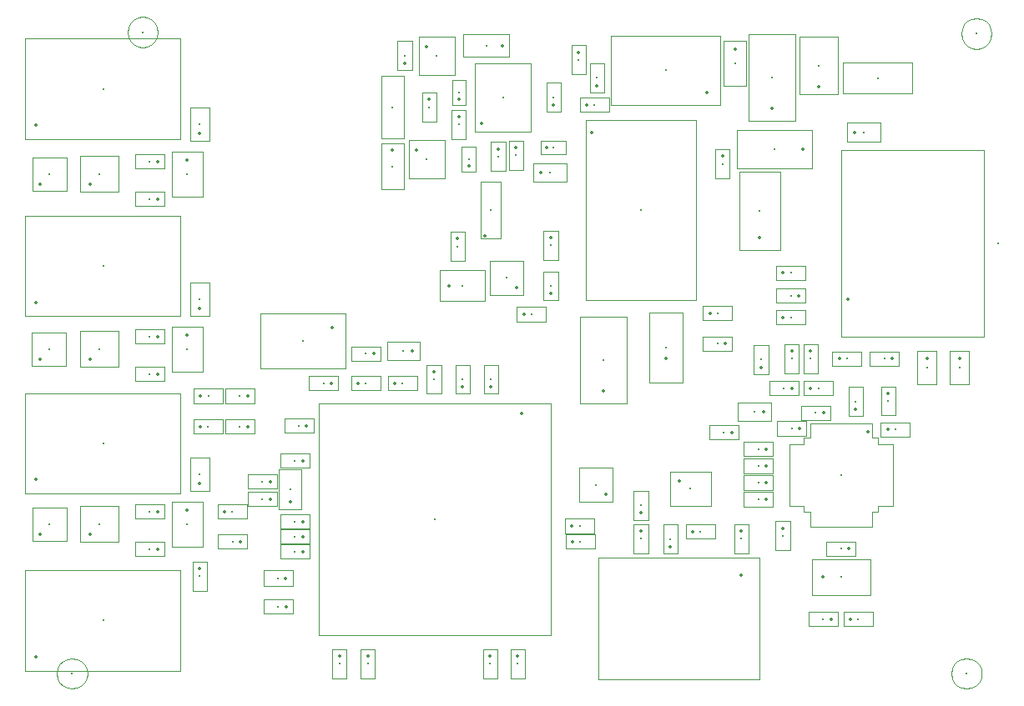
<source format=gbr>
%TF.GenerationSoftware,KiCad,Pcbnew,(6.0.9)*%
%TF.CreationDate,2022-11-15T16:19:03-06:00*%
%TF.ProjectId,IR2IP,49523249-502e-46b6-9963-61645f706362,rev?*%
%TF.SameCoordinates,PX55fe290PY8062360*%
%TF.FileFunction,Component,L1,Top*%
%TF.FilePolarity,Positive*%
%FSLAX46Y46*%
G04 Gerber Fmt 4.6, Leading zero omitted, Abs format (unit mm)*
G04 Created by KiCad (PCBNEW (6.0.9)) date 2022-11-15 16:19:03*
%MOMM*%
%LPD*%
G01*
G04 APERTURE LIST*
%TA.AperFunction,ComponentMain*%
%ADD10C,0.300000*%
%TD*%
%TA.AperFunction,ComponentOutline,Courtyard*%
%ADD11C,0.100000*%
%TD*%
%TA.AperFunction,ComponentPin*%
%ADD12C,0.000000*%
%TD*%
%TA.AperFunction,ComponentPin*%
%ADD13P,0.360000X4X0.000000*%
%TD*%
%TA.AperFunction,ComponentOutline,Footprint*%
%ADD14C,0.100000*%
%TD*%
G04 APERTURE END LIST*
D10*
%TO.C,"D1"*%
%TO.CFtp,"DO-214AC"*%
%TO.CVal,"SMAJ58A"*%
%TO.CLbN,"digikey-footprints"*%
%TO.CMnt,SMD*%
%TO.CRot,0*%
X87830000Y63100000D03*
D11*
X91329999Y61550001D02*
X84330001Y61550001D01*
X84330001Y64649999D01*
X91329999Y64649999D01*
X91329999Y61550001D01*
D12*
%TO.P,"D1","A"*%
X89830000Y63100000D03*
%TO.P,"D1","K"*%
X85830000Y63100000D03*
%TD*%
D10*
%TO.C,"R7"*%
%TO.CFtp,"R_0603_1608Metric"*%
%TO.CVal,"6.8k"*%
%TO.CLbN,"Resistor_SMD"*%
%TO.CMnt,SMD*%
%TO.CRot,-90*%
X49330000Y55120000D03*
D11*
X50059999Y53640001D02*
X48600001Y53640001D01*
X48600001Y56599999D01*
X50059999Y56599999D01*
X50059999Y53640001D01*
D13*
%TO.P,"R7","1"*%
X49330000Y55907500D03*
D12*
%TO.P,"R7","2"*%
X49330000Y54332500D03*
%TD*%
D10*
%TO.C,"C13"*%
%TO.CFtp,"C_0603_1608Metric"*%
%TO.CVal,"33pF"*%
%TO.CLbN,"Capacitor_SMD"*%
%TO.CMnt,SMD*%
%TO.CRot,0*%
X85852000Y8128000D03*
D11*
X87331999Y7398001D02*
X84372001Y7398001D01*
X84372001Y8857999D01*
X87331999Y8857999D01*
X87331999Y7398001D01*
D13*
%TO.P,"C13","1"*%
X85064500Y8128000D03*
D12*
%TO.P,"C13","2"*%
X86639500Y8128000D03*
%TD*%
D10*
%TO.C,"C15"*%
%TO.CFtp,"C_0603_1608Metric"*%
%TO.CVal,"0.1uF"*%
%TO.CLbN,"Capacitor_SMD"*%
%TO.CMnt,SMD*%
%TO.CRot,-90*%
X78200000Y16588000D03*
D11*
X78929999Y15108001D02*
X77470001Y15108001D01*
X77470001Y18067999D01*
X78929999Y18067999D01*
X78929999Y15108001D01*
D13*
%TO.P,"C15","1"*%
X78200000Y17375500D03*
D12*
%TO.P,"C15","2"*%
X78200000Y15800500D03*
%TD*%
D10*
%TO.C,"C16"*%
%TO.CFtp,"C_0603_1608Metric"*%
%TO.CVal,"0.01uF"*%
%TO.CLbN,"Capacitor_SMD"*%
%TO.CMnt,SMD*%
%TO.CRot,180*%
X72200000Y27100000D03*
D11*
X73679999Y26370001D02*
X70720001Y26370001D01*
X70720001Y27829999D01*
X73679999Y27829999D01*
X73679999Y26370001D01*
D13*
%TO.P,"C16","1"*%
X72987500Y27100000D03*
D12*
%TO.P,"C16","2"*%
X71412500Y27100000D03*
%TD*%
D10*
%TO.C,"C18"*%
%TO.CFtp,"C_0603_1608Metric"*%
%TO.CVal,"0.01uF"*%
%TO.CLbN,"Capacitor_SMD"*%
%TO.CMnt,SMD*%
%TO.CRot,180*%
X75700000Y20300000D03*
D11*
X77179999Y19570001D02*
X74220001Y19570001D01*
X74220001Y21029999D01*
X77179999Y21029999D01*
X77179999Y19570001D01*
D13*
%TO.P,"C18","1"*%
X76487500Y20300000D03*
D12*
%TO.P,"C18","2"*%
X74912500Y20300000D03*
%TD*%
D10*
%TO.C,"C20"*%
%TO.CFtp,"C_0603_1608Metric"*%
%TO.CVal,"0.1uF"*%
%TO.CLbN,"Capacitor_SMD"*%
%TO.CMnt,SMD*%
%TO.CRot,180*%
X75700000Y23700000D03*
D11*
X77179999Y22970001D02*
X74220001Y22970001D01*
X74220001Y24429999D01*
X77179999Y24429999D01*
X77179999Y22970001D01*
D13*
%TO.P,"C20","1"*%
X76487500Y23700000D03*
D12*
%TO.P,"C20","2"*%
X74912500Y23700000D03*
%TD*%
D10*
%TO.C,"C21"*%
%TO.CFtp,"C_0603_1608Metric"*%
%TO.CVal,"0.1uF"*%
%TO.CLbN,"Capacitor_SMD"*%
%TO.CMnt,SMD*%
%TO.CRot,180*%
X75700000Y25400000D03*
D11*
X77179999Y24670001D02*
X74220001Y24670001D01*
X74220001Y26129999D01*
X77179999Y26129999D01*
X77179999Y24670001D01*
D13*
%TO.P,"C21","1"*%
X76487500Y25400000D03*
D12*
%TO.P,"C21","2"*%
X74912500Y25400000D03*
%TD*%
D10*
%TO.C,"FB1"*%
%TO.CFtp,"L_0805_2012Metric"*%
%TO.CVal,"Ferrite_Bead"*%
%TO.CLbN,"Inductor_SMD"*%
%TO.CMnt,SMD*%
%TO.CRot,180*%
X75300000Y29200000D03*
D11*
X76979999Y28250001D02*
X73620001Y28250001D01*
X73620001Y30149999D01*
X76979999Y30149999D01*
X76979999Y28250001D01*
D13*
%TO.P,"FB1","1"*%
X76237500Y29200000D03*
D12*
%TO.P,"FB1","2"*%
X74362500Y29200000D03*
%TD*%
D10*
%TO.C,"J1"*%
%TO.CFtp,"7499210121A"*%
%TO.CVal,"WE-RJ45LAN"*%
%TO.CLbN,"luken-footprints"*%
%TO.CMnt,TH*%
%TO.CRot,-90*%
X100070000Y46330000D03*
D14*
X98610000Y55825000D02*
X84080000Y55825000D01*
X84080000Y36835000D01*
X98610000Y36835000D01*
X98610000Y55825000D01*
D13*
%TO.P,"J1","1"*%
X84830000Y40615000D03*
D12*
%TO.P,"J1",*%
X93720000Y52045000D03*
X93720000Y40615000D03*
%TO.P,"J1","2"*%
X87370000Y41885000D03*
%TO.P,"J1","3"*%
X84830000Y43155000D03*
%TO.P,"J1","4"*%
X87370000Y44425000D03*
%TO.P,"J1","5"*%
X84830000Y45695000D03*
%TO.P,"J1","6"*%
X87370000Y46965000D03*
%TO.P,"J1","7"*%
X84830000Y48235000D03*
%TO.P,"J1","8"*%
X87370000Y49505000D03*
%TO.P,"J1","9"*%
X84830000Y50775000D03*
%TO.P,"J1","10"*%
X87370000Y52045000D03*
%TO.P,"J1","11"*%
X97800000Y39700000D03*
%TO.P,"J1","12"*%
X97800000Y42240000D03*
%TO.P,"J1","13"*%
X97800000Y50420000D03*
%TO.P,"J1","14"*%
X97800000Y52960000D03*
%TO.P,"J1","SH1"*%
X90670000Y54075000D03*
%TO.P,"J1","SH2"*%
X90670000Y38585000D03*
%TD*%
D10*
%TO.C,"R15"*%
%TO.CFtp,"R_0603_1608Metric"*%
%TO.CVal,"1M"*%
%TO.CLbN,"Resistor_SMD"*%
%TO.CMnt,SMD*%
%TO.CRot,180*%
X84100000Y15300000D03*
D11*
X85579999Y14570001D02*
X82620001Y14570001D01*
X82620001Y16029999D01*
X85579999Y16029999D01*
X85579999Y14570001D01*
D13*
%TO.P,"R15","1"*%
X84887500Y15300000D03*
D12*
%TO.P,"R15","2"*%
X83312500Y15300000D03*
%TD*%
D10*
%TO.C,"C17"*%
%TO.CFtp,"C_0603_1608Metric"*%
%TO.CVal,"0.01uF"*%
%TO.CLbN,"Capacitor_SMD"*%
%TO.CMnt,SMD*%
%TO.CRot,0*%
X89612000Y27400000D03*
D11*
X91091999Y26670001D02*
X88132001Y26670001D01*
X88132001Y28129999D01*
X91091999Y28129999D01*
X91091999Y26670001D01*
D13*
%TO.P,"C17","1"*%
X88824500Y27400000D03*
D12*
%TO.P,"C17","2"*%
X90399500Y27400000D03*
%TD*%
D10*
%TO.C,"C12"*%
%TO.CFtp,"C_0603_1608Metric"*%
%TO.CVal,"33pF"*%
%TO.CLbN,"Capacitor_SMD"*%
%TO.CMnt,SMD*%
%TO.CRot,180*%
X82296000Y8128000D03*
D11*
X83775999Y7398001D02*
X80816001Y7398001D01*
X80816001Y8857999D01*
X83775999Y8857999D01*
X83775999Y7398001D01*
D13*
%TO.P,"C12","1"*%
X83083500Y8128000D03*
D12*
%TO.P,"C12","2"*%
X81508500Y8128000D03*
%TD*%
D10*
%TO.C,"C26"*%
%TO.CFtp,"C_0603_1608Metric"*%
%TO.CVal,"0.1uF"*%
%TO.CLbN,"Capacitor_SMD"*%
%TO.CMnt,SMD*%
%TO.CRot,90*%
X85598000Y30226000D03*
D11*
X86327999Y28746001D02*
X84868001Y28746001D01*
X84868001Y31705999D01*
X86327999Y31705999D01*
X86327999Y28746001D01*
D13*
%TO.P,"C26","1"*%
X85598000Y29438500D03*
D12*
%TO.P,"C26","2"*%
X85598000Y31013500D03*
%TD*%
D10*
%TO.C,"C27"*%
%TO.CFtp,"C_0603_1608Metric"*%
%TO.CVal,"0.1uF"*%
%TO.CLbN,"Capacitor_SMD"*%
%TO.CMnt,SMD*%
%TO.CRot,-90*%
X88900000Y30300000D03*
D11*
X89629999Y28820001D02*
X88170001Y28820001D01*
X88170001Y31779999D01*
X89629999Y31779999D01*
X89629999Y28820001D01*
D13*
%TO.P,"C27","1"*%
X88900000Y31087500D03*
D12*
%TO.P,"C27","2"*%
X88900000Y29512500D03*
%TD*%
D10*
%TO.C,"C28"*%
%TO.CFtp,"C_0603_1608Metric"*%
%TO.CVal,"0.022uF"*%
%TO.CLbN,"Capacitor_SMD"*%
%TO.CMnt,SMD*%
%TO.CRot,0*%
X79000000Y43300000D03*
D11*
X80479999Y42570001D02*
X77520001Y42570001D01*
X77520001Y44029999D01*
X80479999Y44029999D01*
X80479999Y42570001D01*
D13*
%TO.P,"C28","1"*%
X78212500Y43300000D03*
D12*
%TO.P,"C28","2"*%
X79787500Y43300000D03*
%TD*%
D10*
%TO.C,"R21"*%
%TO.CFtp,"R_0805_2012Metric"*%
%TO.CVal,"330"*%
%TO.CLbN,"Resistor_SMD"*%
%TO.CMnt,SMD*%
%TO.CRot,-90*%
X96100000Y33700000D03*
D11*
X97049999Y32020001D02*
X95150001Y32020001D01*
X95150001Y35379999D01*
X97049999Y35379999D01*
X97049999Y32020001D01*
D13*
%TO.P,"R21","1"*%
X96100000Y34637500D03*
D12*
%TO.P,"R21","2"*%
X96100000Y32762500D03*
%TD*%
D10*
%TO.C,"R22"*%
%TO.CFtp,"R_0805_2012Metric"*%
%TO.CVal,"330"*%
%TO.CLbN,"Resistor_SMD"*%
%TO.CMnt,SMD*%
%TO.CRot,-90*%
X92800000Y33662000D03*
D11*
X93749999Y31982001D02*
X91850001Y31982001D01*
X91850001Y35341999D01*
X93749999Y35341999D01*
X93749999Y31982001D01*
D13*
%TO.P,"R22","1"*%
X92800000Y34599500D03*
D12*
%TO.P,"R22","2"*%
X92800000Y32724500D03*
%TD*%
D10*
%TO.C,"Y1"*%
%TO.CFtp,"Crystal_SMD_TXC_7A-2Pin_5x3.2mm"*%
%TO.CVal,"25MHz"*%
%TO.CLbN,"Crystal"*%
%TO.CMnt,SMD*%
%TO.CRot,0*%
X84100000Y12400000D03*
D11*
X87049999Y10550001D02*
X81150001Y10550001D01*
X81150001Y14249999D01*
X87049999Y14249999D01*
X87049999Y10550001D01*
D13*
%TO.P,"Y1","1"*%
X82250000Y12400000D03*
D12*
%TO.P,"Y1","2"*%
X85950000Y12400000D03*
%TD*%
D10*
%TO.C,"C25"*%
%TO.CFtp,"C_0603_1608Metric"*%
%TO.CVal,"0.1uF"*%
%TO.CLbN,"Capacitor_SMD"*%
%TO.CMnt,SMD*%
%TO.CRot,180*%
X81534000Y29100000D03*
D11*
X83013999Y28370001D02*
X80054001Y28370001D01*
X80054001Y29829999D01*
X83013999Y29829999D01*
X83013999Y28370001D01*
D13*
%TO.P,"C25","1"*%
X82321500Y29100000D03*
D12*
%TO.P,"C25","2"*%
X80746500Y29100000D03*
%TD*%
D10*
%TO.C,"R23"*%
%TO.CFtp,"R_0603_1608Metric"*%
%TO.CVal,"10"*%
%TO.CLbN,"Resistor_SMD"*%
%TO.CMnt,SMD*%
%TO.CRot,180*%
X79000000Y41000000D03*
D11*
X80479999Y40270001D02*
X77520001Y40270001D01*
X77520001Y41729999D01*
X80479999Y41729999D01*
X80479999Y40270001D01*
D13*
%TO.P,"R23","1"*%
X79787500Y41000000D03*
D12*
%TO.P,"R23","2"*%
X78212500Y41000000D03*
%TD*%
D10*
%TO.C,"C19"*%
%TO.CFtp,"C_0603_1608Metric"*%
%TO.CVal,"0.01uF"*%
%TO.CLbN,"Capacitor_SMD"*%
%TO.CMnt,SMD*%
%TO.CRot,90*%
X76000000Y34500000D03*
D11*
X76729999Y33020001D02*
X75270001Y33020001D01*
X75270001Y35979999D01*
X76729999Y35979999D01*
X76729999Y33020001D01*
D13*
%TO.P,"C19","1"*%
X76000000Y33712500D03*
D12*
%TO.P,"C19","2"*%
X76000000Y35287500D03*
%TD*%
D10*
%TO.C,"U4"*%
%TO.CFtp,"LQFP-48_7x7mm_P0.5mm"*%
%TO.CVal,"W5500"*%
%TO.CLbN,"Package_QFP"*%
%TO.CMnt,SMD*%
%TO.CRot,-90*%
X84100000Y22800000D03*
D11*
X87229999Y26550000D02*
X87230000Y26549999D01*
X87849999Y26549999D01*
X87849999Y25930000D01*
X87850000Y25929999D01*
X89349999Y25929999D01*
X89349999Y19670001D01*
X87850000Y19670001D01*
X87849999Y19670000D01*
X87849999Y19050001D01*
X87230000Y19050001D01*
X87229999Y19050000D01*
X87229999Y17550001D01*
X80970001Y17550001D01*
X80970001Y19050000D01*
X80970000Y19050001D01*
X80350001Y19050001D01*
X80350001Y19670000D01*
X80350000Y19670001D01*
X78850001Y19670001D01*
X78850001Y25929999D01*
X80350000Y25929999D01*
X80350001Y25930000D01*
X80350001Y26549999D01*
X80970000Y26549999D01*
X80970001Y26550000D01*
X80970001Y28049999D01*
X87229999Y28049999D01*
X87229999Y26550000D01*
D13*
%TO.P,"U4","1"*%
X86850000Y27150000D03*
D12*
%TO.P,"U4","2"*%
X86350000Y27150000D03*
%TO.P,"U4","3"*%
X85850000Y27150000D03*
%TO.P,"U4","4"*%
X85350000Y27150000D03*
%TO.P,"U4","5"*%
X84850000Y27150000D03*
%TO.P,"U4","6"*%
X84350000Y27150000D03*
%TO.P,"U4","7"*%
X83850000Y27150000D03*
%TO.P,"U4","8"*%
X83350000Y27150000D03*
%TO.P,"U4","9"*%
X82850000Y27150000D03*
%TO.P,"U4","10"*%
X82350000Y27150000D03*
%TO.P,"U4","11"*%
X81850000Y27150000D03*
%TO.P,"U4","12"*%
X81350000Y27150000D03*
%TO.P,"U4","13"*%
X79750000Y25550000D03*
%TO.P,"U4","14"*%
X79750000Y25050000D03*
%TO.P,"U4","15"*%
X79750000Y24550000D03*
%TO.P,"U4","16"*%
X79750000Y24050000D03*
%TO.P,"U4","17"*%
X79750000Y23550000D03*
%TO.P,"U4","18"*%
X79750000Y23050000D03*
%TO.P,"U4","19"*%
X79750000Y22550000D03*
%TO.P,"U4","20"*%
X79750000Y22050000D03*
%TO.P,"U4","21"*%
X79750000Y21550000D03*
%TO.P,"U4","22"*%
X79750000Y21050000D03*
%TO.P,"U4","23"*%
X79750000Y20550000D03*
%TO.P,"U4","24"*%
X79750000Y20050000D03*
%TO.P,"U4","25"*%
X81350000Y18450000D03*
%TO.P,"U4","26"*%
X81850000Y18450000D03*
%TO.P,"U4","27"*%
X82350000Y18450000D03*
%TO.P,"U4","28"*%
X82850000Y18450000D03*
%TO.P,"U4","29"*%
X83350000Y18450000D03*
%TO.P,"U4","30"*%
X83850000Y18450000D03*
%TO.P,"U4","31"*%
X84350000Y18450000D03*
%TO.P,"U4","32"*%
X84850000Y18450000D03*
%TO.P,"U4","33"*%
X85350000Y18450000D03*
%TO.P,"U4","34"*%
X85850000Y18450000D03*
%TO.P,"U4","35"*%
X86350000Y18450000D03*
%TO.P,"U4","36"*%
X86850000Y18450000D03*
%TO.P,"U4","37"*%
X88450000Y20050000D03*
%TO.P,"U4","38"*%
X88450000Y20550000D03*
%TO.P,"U4","39"*%
X88450000Y21050000D03*
%TO.P,"U4","40"*%
X88450000Y21550000D03*
%TO.P,"U4","41"*%
X88450000Y22050000D03*
%TO.P,"U4","42"*%
X88450000Y22550000D03*
%TO.P,"U4","43"*%
X88450000Y23050000D03*
%TO.P,"U4","44"*%
X88450000Y23550000D03*
%TO.P,"U4","45"*%
X88450000Y24050000D03*
%TO.P,"U4","46"*%
X88450000Y24550000D03*
%TO.P,"U4","47"*%
X88450000Y25050000D03*
%TO.P,"U4","48"*%
X88450000Y25550000D03*
%TD*%
D10*
%TO.C,"R18"*%
%TO.CFtp,"R_0603_1608Metric"*%
%TO.CVal,"49.9"*%
%TO.CLbN,"Resistor_SMD"*%
%TO.CMnt,SMD*%
%TO.CRot,180*%
X88500000Y34600000D03*
D11*
X89979999Y33870001D02*
X87020001Y33870001D01*
X87020001Y35329999D01*
X89979999Y35329999D01*
X89979999Y33870001D01*
D13*
%TO.P,"R18","1"*%
X89287500Y34600000D03*
D12*
%TO.P,"R18","2"*%
X87712500Y34600000D03*
%TD*%
D10*
%TO.C,"R19"*%
%TO.CFtp,"R_0603_1608Metric"*%
%TO.CVal,"49.9"*%
%TO.CLbN,"Resistor_SMD"*%
%TO.CMnt,SMD*%
%TO.CRot,180*%
X78300000Y31600000D03*
D11*
X79779999Y30870001D02*
X76820001Y30870001D01*
X76820001Y32329999D01*
X79779999Y32329999D01*
X79779999Y30870001D01*
D13*
%TO.P,"R19","1"*%
X79087500Y31600000D03*
D12*
%TO.P,"R19","2"*%
X77512500Y31600000D03*
%TD*%
D10*
%TO.C,"C24"*%
%TO.CFtp,"C_0603_1608Metric"*%
%TO.CVal,"6800pF"*%
%TO.CLbN,"Capacitor_SMD"*%
%TO.CMnt,SMD*%
%TO.CRot,-90*%
X81000000Y34600000D03*
D11*
X81729999Y33120001D02*
X80270001Y33120001D01*
X80270001Y36079999D01*
X81729999Y36079999D01*
X81729999Y33120001D01*
D13*
%TO.P,"C24","1"*%
X81000000Y35387500D03*
D12*
%TO.P,"C24","2"*%
X81000000Y33812500D03*
%TD*%
D10*
%TO.C,"R20"*%
%TO.CFtp,"R_0603_1608Metric"*%
%TO.CVal,"49.9"*%
%TO.CLbN,"Resistor_SMD"*%
%TO.CMnt,SMD*%
%TO.CRot,0*%
X84700000Y34600000D03*
D11*
X86179999Y33870001D02*
X83220001Y33870001D01*
X83220001Y35329999D01*
X86179999Y35329999D01*
X86179999Y33870001D01*
D13*
%TO.P,"R20","1"*%
X83912500Y34600000D03*
D12*
%TO.P,"R20","2"*%
X85487500Y34600000D03*
%TD*%
D10*
%TO.C,"R17"*%
%TO.CFtp,"R_0603_1608Metric"*%
%TO.CVal,"49.9"*%
%TO.CLbN,"Resistor_SMD"*%
%TO.CMnt,SMD*%
%TO.CRot,0*%
X81800000Y31600000D03*
D11*
X83279999Y30870001D02*
X80320001Y30870001D01*
X80320001Y32329999D01*
X83279999Y32329999D01*
X83279999Y30870001D01*
D13*
%TO.P,"R17","1"*%
X81012500Y31600000D03*
D12*
%TO.P,"R17","2"*%
X82587500Y31600000D03*
%TD*%
D10*
%TO.C,"C23"*%
%TO.CFtp,"C_0603_1608Metric"*%
%TO.CVal,"6800pF"*%
%TO.CLbN,"Capacitor_SMD"*%
%TO.CMnt,SMD*%
%TO.CRot,-90*%
X79100000Y34600000D03*
D11*
X79829999Y33120001D02*
X78370001Y33120001D01*
X78370001Y36079999D01*
X79829999Y36079999D01*
X79829999Y33120001D01*
D13*
%TO.P,"C23","1"*%
X79100000Y35387500D03*
D12*
%TO.P,"C23","2"*%
X79100000Y33812500D03*
%TD*%
D10*
%TO.C,"C14"*%
%TO.CFtp,"C_0603_1608Metric"*%
%TO.CVal,"4.7uF"*%
%TO.CLbN,"Capacitor_SMD"*%
%TO.CMnt,SMD*%
%TO.CRot,180*%
X75700000Y22000000D03*
D11*
X77179999Y21270001D02*
X74220001Y21270001D01*
X74220001Y22729999D01*
X77179999Y22729999D01*
X77179999Y21270001D01*
D13*
%TO.P,"C14","1"*%
X76487500Y22000000D03*
D12*
%TO.P,"C14","2"*%
X74912500Y22000000D03*
%TD*%
D10*
%TO.C,"R16"*%
%TO.CFtp,"R_0603_1608Metric"*%
%TO.CVal,"12.4k"*%
%TO.CLbN,"Resistor_SMD"*%
%TO.CMnt,SMD*%
%TO.CRot,180*%
X79100000Y27500000D03*
D11*
X80579999Y26770001D02*
X77620001Y26770001D01*
X77620001Y28229999D01*
X80579999Y28229999D01*
X80579999Y26770001D01*
D13*
%TO.P,"R16","1"*%
X79887500Y27500000D03*
D12*
%TO.P,"R16","2"*%
X78312500Y27500000D03*
%TD*%
D10*
%TO.C,"C22"*%
%TO.CFtp,"C_0603_1608Metric"*%
%TO.CVal,"0.1uF"*%
%TO.CLbN,"Capacitor_SMD"*%
%TO.CMnt,SMD*%
%TO.CRot,0*%
X79000000Y38800000D03*
D11*
X80479999Y38070001D02*
X77520001Y38070001D01*
X77520001Y39529999D01*
X80479999Y39529999D01*
X80479999Y38070001D01*
D13*
%TO.P,"C22","1"*%
X78212500Y38800000D03*
D12*
%TO.P,"C22","2"*%
X79787500Y38800000D03*
%TD*%
D10*
%TO.C,"D2"*%
%TO.CFtp,"D_SOD-123"*%
%TO.CVal,"1N4148W"*%
%TO.CLbN,"Diode_SMD"*%
%TO.CMnt,SMD*%
%TO.CRot,180*%
X48100000Y66400000D03*
D11*
X50449999Y65250001D02*
X45750001Y65250001D01*
X45750001Y67549999D01*
X50449999Y67549999D01*
X50449999Y65250001D01*
D13*
%TO.P,"D2","1"*%
X49750000Y66400000D03*
D12*
%TO.P,"D2","2"*%
X46450000Y66400000D03*
%TD*%
D10*
%TO.C,"C1"*%
%TO.CFtp,"C_0805_2012Metric"*%
%TO.CVal,"0.1uF"*%
%TO.CLbN,"Capacitor_SMD"*%
%TO.CMnt,SMD*%
%TO.CRot,0*%
X86400000Y57600000D03*
D11*
X88079999Y56650001D02*
X84720001Y56650001D01*
X84720001Y58549999D01*
X88079999Y58549999D01*
X88079999Y56650001D01*
D13*
%TO.P,"C1","1"*%
X85462500Y57600000D03*
D12*
%TO.P,"C1","2"*%
X87337500Y57600000D03*
%TD*%
D10*
%TO.C,"C2"*%
%TO.CFtp,"C_1812_4532Metric"*%
%TO.CVal,"1uF"*%
%TO.CLbN,"Capacitor_SMD"*%
%TO.CMnt,SMD*%
%TO.CRot,90*%
X81830000Y64370000D03*
D11*
X83779999Y61420001D02*
X79880001Y61420001D01*
X79880001Y67319999D01*
X83779999Y67319999D01*
X83779999Y61420001D01*
D13*
%TO.P,"C2","1"*%
X81830000Y62232500D03*
D12*
%TO.P,"C2","2"*%
X81830000Y66507500D03*
%TD*%
D10*
%TO.C,"C4"*%
%TO.CFtp,"C_0603_1608Metric"*%
%TO.CVal,"0.1uF"*%
%TO.CLbN,"Capacitor_SMD"*%
%TO.CMnt,SMD*%
%TO.CRot,-90*%
X51110000Y55262500D03*
D11*
X51839999Y53782501D02*
X50380001Y53782501D01*
X50380001Y56742499D01*
X51839999Y56742499D01*
X51839999Y53782501D01*
D13*
%TO.P,"C4","1"*%
X51110000Y56050000D03*
D12*
%TO.P,"C4","2"*%
X51110000Y54475000D03*
%TD*%
D10*
%TO.C,"C5"*%
%TO.CFtp,"C_0805_2012Metric"*%
%TO.CVal,"4.7uF"*%
%TO.CLbN,"Capacitor_SMD"*%
%TO.CMnt,SMD*%
%TO.CRot,0*%
X54588000Y53510000D03*
D11*
X56267999Y52560001D02*
X52908001Y52560001D01*
X52908001Y54459999D01*
X56267999Y54459999D01*
X56267999Y52560001D01*
D13*
%TO.P,"C5","1"*%
X53650500Y53510000D03*
D12*
%TO.P,"C5","2"*%
X55525500Y53510000D03*
%TD*%
D10*
%TO.C,"C6"*%
%TO.CFtp,"C_0603_1608Metric"*%
%TO.CVal,"150pF"*%
%TO.CLbN,"Capacitor_SMD"*%
%TO.CMnt,SMD*%
%TO.CRot,-90*%
X72080000Y54370000D03*
D11*
X72809999Y52890001D02*
X71350001Y52890001D01*
X71350001Y55849999D01*
X72809999Y55849999D01*
X72809999Y52890001D01*
D13*
%TO.P,"C6","1"*%
X72080000Y55157500D03*
D12*
%TO.P,"C6","2"*%
X72080000Y53582500D03*
%TD*%
D10*
%TO.C,"C8"*%
%TO.CFtp,"C_0603_1608Metric"*%
%TO.CVal,"33nF"*%
%TO.CLbN,"Capacitor_SMD"*%
%TO.CMnt,SMD*%
%TO.CRot,-90*%
X54650000Y46097500D03*
D11*
X55379999Y44617501D02*
X53920001Y44617501D01*
X53920001Y47577499D01*
X55379999Y47577499D01*
X55379999Y44617501D01*
D13*
%TO.P,"C8","1"*%
X54650000Y46885000D03*
D12*
%TO.P,"C8","2"*%
X54650000Y45310000D03*
%TD*%
D10*
%TO.C,"C9"*%
%TO.CFtp,"C_0603_1608Metric"*%
%TO.CVal,"470pF"*%
%TO.CLbN,"Capacitor_SMD"*%
%TO.CMnt,SMD*%
%TO.CRot,180*%
X71580000Y36120000D03*
D11*
X73059999Y35390001D02*
X70100001Y35390001D01*
X70100001Y36849999D01*
X73059999Y36849999D01*
X73059999Y35390001D01*
D13*
%TO.P,"C9","1"*%
X72367500Y36120000D03*
D12*
%TO.P,"C9","2"*%
X70792500Y36120000D03*
%TD*%
D10*
%TO.C,"C10"*%
%TO.CFtp,"C_1210_3225Metric"*%
%TO.CVal,"100uF"*%
%TO.CLbN,"Capacitor_SMD"*%
%TO.CMnt,SMD*%
%TO.CRot,0*%
X45700000Y42000000D03*
D11*
X47979999Y40420001D02*
X43420001Y40420001D01*
X43420001Y43579999D01*
X47979999Y43579999D01*
X47979999Y40420001D01*
D13*
%TO.P,"C10","1"*%
X44300000Y42000000D03*
D12*
%TO.P,"C10","2"*%
X47100000Y42000000D03*
%TD*%
D10*
%TO.C,"D3"*%
%TO.CFtp,"D_SOD-123"*%
%TO.CVal,"1N4148W"*%
%TO.CLbN,"Diode_SMD"*%
%TO.CMnt,SMD*%
%TO.CRot,-90*%
X38580000Y54120000D03*
D11*
X39729999Y51770001D02*
X37430001Y51770001D01*
X37430001Y56469999D01*
X39729999Y56469999D01*
X39729999Y51770001D01*
D13*
%TO.P,"D3","1"*%
X38580000Y55770000D03*
D12*
%TO.P,"D3","2"*%
X38580000Y52470000D03*
%TD*%
D10*
%TO.C,"D4"*%
%TO.CFtp,"D_SOD-523"*%
%TO.CVal,"BAS516"*%
%TO.CLbN,"Diode_SMD"*%
%TO.CMnt,SMD*%
%TO.CRot,90*%
X45330000Y61620000D03*
D11*
X46029999Y60370001D02*
X44630001Y60370001D01*
X44630001Y62869999D01*
X46029999Y62869999D01*
X46029999Y60370001D01*
D13*
%TO.P,"D4","1"*%
X45330000Y60920000D03*
D12*
%TO.P,"D4","2"*%
X45330000Y62320000D03*
%TD*%
D10*
%TO.C,"D5"*%
%TO.CFtp,"D_SOD-523"*%
%TO.CVal,"BAS516"*%
%TO.CLbN,"Diode_SMD"*%
%TO.CMnt,SMD*%
%TO.CRot,90*%
X46330000Y54870000D03*
D11*
X47029999Y53620001D02*
X45630001Y53620001D01*
X45630001Y56119999D01*
X47029999Y56119999D01*
X47029999Y53620001D01*
D13*
%TO.P,"D5","1"*%
X46330000Y54170000D03*
D12*
%TO.P,"D5","2"*%
X46330000Y55570000D03*
%TD*%
D10*
%TO.C,"D6"*%
%TO.CFtp,"D_SOD-523"*%
%TO.CVal,"BAS516"*%
%TO.CLbN,"Diode_SMD"*%
%TO.CMnt,SMD*%
%TO.CRot,0*%
X54920000Y56050000D03*
D11*
X56169999Y55350001D02*
X53670001Y55350001D01*
X53670001Y56749999D01*
X56169999Y56749999D01*
X56169999Y55350001D01*
D13*
%TO.P,"D6","1"*%
X54220000Y56050000D03*
D12*
%TO.P,"D6","2"*%
X55620000Y56050000D03*
%TD*%
D10*
%TO.C,"Q1"*%
%TO.CFtp,"SOT-23-3"*%
%TO.CVal,"MMBTA42LT1G"*%
%TO.CLbN,"digikey-footprints"*%
%TO.CMnt,SMD*%
%TO.CRot,0*%
X43090000Y65350000D03*
D11*
X44914999Y63400001D02*
X41265001Y63400001D01*
X41265001Y67299999D01*
X44914999Y67299999D01*
X44914999Y63400001D01*
D13*
%TO.P,"Q1","1"*%
X42040000Y66300000D03*
D12*
%TO.P,"Q1","2"*%
X42040000Y64400000D03*
%TO.P,"Q1","3"*%
X44140000Y65350000D03*
%TD*%
D10*
%TO.C,"R1"*%
%TO.CFtp,"R_0603_1608Metric"*%
%TO.CVal,"45.3"*%
%TO.CLbN,"Resistor_SMD"*%
%TO.CMnt,SMD*%
%TO.CRot,-90*%
X45330000Y58370000D03*
D11*
X46059999Y56890001D02*
X44600001Y56890001D01*
X44600001Y59849999D01*
X46059999Y59849999D01*
X46059999Y56890001D01*
D13*
%TO.P,"R1","1"*%
X45330000Y59157500D03*
D12*
%TO.P,"R1","2"*%
X45330000Y57582500D03*
%TD*%
D10*
%TO.C,"R2"*%
%TO.CFtp,"R_0603_1608Metric"*%
%TO.CVal,"220k"*%
%TO.CLbN,"Resistor_SMD"*%
%TO.CMnt,SMD*%
%TO.CRot,90*%
X39830000Y65370000D03*
D11*
X40559999Y63890001D02*
X39100001Y63890001D01*
X39100001Y66849999D01*
X40559999Y66849999D01*
X40559999Y63890001D01*
D13*
%TO.P,"R2","1"*%
X39830000Y64582500D03*
D12*
%TO.P,"R2","2"*%
X39830000Y66157500D03*
%TD*%
D10*
%TO.C,"R3"*%
%TO.CFtp,"R_0603_1608Metric"*%
%TO.CVal,"100k"*%
%TO.CLbN,"Resistor_SMD"*%
%TO.CMnt,SMD*%
%TO.CRot,90*%
X54920000Y61130000D03*
D11*
X55649999Y59650001D02*
X54190001Y59650001D01*
X54190001Y62609999D01*
X55649999Y62609999D01*
X55649999Y59650001D01*
D13*
%TO.P,"R3","1"*%
X54920000Y60342500D03*
D12*
%TO.P,"R3","2"*%
X54920000Y61917500D03*
%TD*%
D10*
%TO.C,"R4"*%
%TO.CFtp,"R_0603_1608Metric"*%
%TO.CVal,"10k"*%
%TO.CLbN,"Resistor_SMD"*%
%TO.CMnt,SMD*%
%TO.CRot,-90*%
X42330000Y60120000D03*
D11*
X43059999Y58640001D02*
X41600001Y58640001D01*
X41600001Y61599999D01*
X43059999Y61599999D01*
X43059999Y58640001D01*
D13*
%TO.P,"R4","1"*%
X42330000Y60907500D03*
D12*
%TO.P,"R4","2"*%
X42330000Y59332500D03*
%TD*%
D10*
%TO.C,"R5"*%
%TO.CFtp,"R_0603_1608Metric"*%
%TO.CVal,"10k"*%
%TO.CLbN,"Resistor_SMD"*%
%TO.CMnt,SMD*%
%TO.CRot,90*%
X59330000Y63120000D03*
D11*
X60059999Y61640001D02*
X58600001Y61640001D01*
X58600001Y64599999D01*
X60059999Y64599999D01*
X60059999Y61640001D01*
D13*
%TO.P,"R5","1"*%
X59330000Y62332500D03*
D12*
%TO.P,"R5","2"*%
X59330000Y63907500D03*
%TD*%
D10*
%TO.C,"R6"*%
%TO.CFtp,"R_0603_1608Metric"*%
%TO.CVal,"220k"*%
%TO.CLbN,"Resistor_SMD"*%
%TO.CMnt,SMD*%
%TO.CRot,-90*%
X57460000Y64940000D03*
D11*
X58189999Y63460001D02*
X56730001Y63460001D01*
X56730001Y66419999D01*
X58189999Y66419999D01*
X58189999Y63460001D01*
D13*
%TO.P,"R6","1"*%
X57460000Y65727500D03*
D12*
%TO.P,"R6","2"*%
X57460000Y64152500D03*
%TD*%
D10*
%TO.C,"R13"*%
%TO.CFtp,"R_0603_1608Metric"*%
%TO.CVal,"100k"*%
%TO.CLbN,"Resistor_SMD"*%
%TO.CMnt,SMD*%
%TO.CRot,90*%
X54650000Y41982500D03*
D11*
X55379999Y40502501D02*
X53920001Y40502501D01*
X53920001Y43462499D01*
X55379999Y43462499D01*
X55379999Y40502501D01*
D13*
%TO.P,"R13","1"*%
X54650000Y41195000D03*
D12*
%TO.P,"R13","2"*%
X54650000Y42770000D03*
%TD*%
D10*
%TO.C,"R14"*%
%TO.CFtp,"R_0603_1608Metric"*%
%TO.CVal,"60.4k"*%
%TO.CLbN,"Resistor_SMD"*%
%TO.CMnt,SMD*%
%TO.CRot,0*%
X52700000Y39100000D03*
D11*
X54179999Y38370001D02*
X51220001Y38370001D01*
X51220001Y39829999D01*
X54179999Y39829999D01*
X54179999Y38370001D01*
D13*
%TO.P,"R14","1"*%
X51912500Y39100000D03*
D12*
%TO.P,"R14","2"*%
X53487500Y39100000D03*
%TD*%
D10*
%TO.C,"U1"*%
%TO.CFtp,"SSOP-16_3.9x4.9mm_P0.635mm"*%
%TO.CVal,"LTC4267XGN"*%
%TO.CLbN,"Package_SO"*%
%TO.CMnt,SMD*%
%TO.CRot,90*%
X49840000Y61130000D03*
D11*
X52639999Y57680001D02*
X46990001Y57680001D01*
X46990001Y64579999D01*
X52639999Y64579999D01*
X52639999Y57680001D01*
D13*
%TO.P,"U1","1"*%
X47617500Y58530000D03*
D12*
%TO.P,"U1","2"*%
X48252500Y58530000D03*
%TO.P,"U1","3"*%
X48887500Y58530000D03*
%TO.P,"U1","4"*%
X49522500Y58530000D03*
%TO.P,"U1","5"*%
X50157500Y58530000D03*
%TO.P,"U1","6"*%
X50792500Y58530000D03*
%TO.P,"U1","7"*%
X51427500Y58530000D03*
%TO.P,"U1","8"*%
X52062500Y58530000D03*
%TO.P,"U1","9"*%
X52062500Y63730000D03*
%TO.P,"U1","10"*%
X51427500Y63730000D03*
%TO.P,"U1","11"*%
X50792500Y63730000D03*
%TO.P,"U1","12"*%
X50157500Y63730000D03*
%TO.P,"U1","13"*%
X49522500Y63730000D03*
%TO.P,"U1","14"*%
X48887500Y63730000D03*
%TO.P,"U1","15"*%
X48252500Y63730000D03*
%TO.P,"U1","16"*%
X47617500Y63730000D03*
%TD*%
D10*
%TO.C,"Z1"*%
%TO.CFtp,"SOD-123"*%
%TO.CVal,"9.1V"*%
%TO.CLbN,"digikey-footprints"*%
%TO.CMnt,SMD*%
%TO.CRot,-90*%
X38580000Y60120000D03*
D11*
X39729999Y56945001D02*
X37430001Y56945001D01*
X37430001Y63294999D01*
X39729999Y63294999D01*
X39729999Y56945001D01*
D12*
%TO.P,"Z1","A"*%
X38580000Y57645000D03*
%TO.P,"Z1","K"*%
X38580000Y62595000D03*
%TD*%
D10*
%TO.C,"Q2"*%
%TO.CFtp,"SOT-23-3"*%
%TO.CVal,"2N7002"*%
%TO.CLbN,"digikey-footprints"*%
%TO.CMnt,SMD*%
%TO.CRot,0*%
X42080000Y54870000D03*
D11*
X43904999Y52920001D02*
X40255001Y52920001D01*
X40255001Y56819999D01*
X43904999Y56819999D01*
X43904999Y52920001D01*
D13*
%TO.P,"Q2","1"*%
X41030000Y55820000D03*
D12*
%TO.P,"Q2","2"*%
X41030000Y53920000D03*
%TO.P,"Q2","3"*%
X43130000Y54870000D03*
%TD*%
D10*
%TO.C,"R9"*%
%TO.CFtp,"R_1206_3216Metric"*%
%TO.CVal,"0.068"*%
%TO.CLbN,"Resistor_SMD"*%
%TO.CMnt,SMD*%
%TO.CRot,-90*%
X73330000Y64620000D03*
D11*
X74449999Y62340001D02*
X72210001Y62340001D01*
X72210001Y66899999D01*
X74449999Y66899999D01*
X74449999Y62340001D01*
D13*
%TO.P,"R9","1"*%
X73330000Y66020000D03*
D12*
%TO.P,"R9","2"*%
X73330000Y63220000D03*
%TD*%
D10*
%TO.C,"C29"*%
%TO.CFtp,"C_0603_1608Metric"*%
%TO.CVal,"0.01uF"*%
%TO.CLbN,"Capacitor_SMD"*%
%TO.CMnt,SMD*%
%TO.CRot,0*%
X69850000Y17018000D03*
D11*
X71329999Y16288001D02*
X68370001Y16288001D01*
X68370001Y17747999D01*
X71329999Y17747999D01*
X71329999Y16288001D01*
D13*
%TO.P,"C29","1"*%
X69062500Y17018000D03*
D12*
%TO.P,"C29","2"*%
X70637500Y17018000D03*
%TD*%
D10*
%TO.C,"C32"*%
%TO.CFtp,"C_0603_1608Metric"*%
%TO.CVal,"0.1uF"*%
%TO.CLbN,"Capacitor_SMD"*%
%TO.CMnt,SMD*%
%TO.CRot,90*%
X48600000Y32500000D03*
D11*
X49329999Y31020001D02*
X47870001Y31020001D01*
X47870001Y33979999D01*
X49329999Y33979999D01*
X49329999Y31020001D01*
D13*
%TO.P,"C32","1"*%
X48600000Y31712500D03*
D12*
%TO.P,"C32","2"*%
X48600000Y33287500D03*
%TD*%
D10*
%TO.C,"C34"*%
%TO.CFtp,"C_0603_1608Metric"*%
%TO.CVal,"0.1uF"*%
%TO.CLbN,"Capacitor_SMD"*%
%TO.CMnt,SMD*%
%TO.CRot,180*%
X28680000Y24220000D03*
D11*
X30159999Y23490001D02*
X27200001Y23490001D01*
X27200001Y24949999D01*
X30159999Y24949999D01*
X30159999Y23490001D01*
D13*
%TO.P,"C34","1"*%
X29467500Y24220000D03*
D12*
%TO.P,"C34","2"*%
X27892500Y24220000D03*
%TD*%
D10*
%TO.C,"C37"*%
%TO.CFtp,"C_0603_1608Metric"*%
%TO.CVal,"0.1uF"*%
%TO.CLbN,"Capacitor_SMD"*%
%TO.CMnt,SMD*%
%TO.CRot,0*%
X39600000Y32100000D03*
D11*
X41079999Y31370001D02*
X38120001Y31370001D01*
X38120001Y32829999D01*
X41079999Y32829999D01*
X41079999Y31370001D01*
D13*
%TO.P,"C37","1"*%
X38812500Y32100000D03*
D12*
%TO.P,"C37","2"*%
X40387500Y32100000D03*
%TD*%
D10*
%TO.C,"C39"*%
%TO.CFtp,"C_0603_1608Metric"*%
%TO.CVal,"0.1uF"*%
%TO.CLbN,"Capacitor_SMD"*%
%TO.CMnt,SMD*%
%TO.CRot,0*%
X57658000Y16002000D03*
D11*
X59137999Y15272001D02*
X56178001Y15272001D01*
X56178001Y16731999D01*
X59137999Y16731999D01*
X59137999Y15272001D01*
D13*
%TO.P,"C39","1"*%
X56870500Y16002000D03*
D12*
%TO.P,"C39","2"*%
X58445500Y16002000D03*
%TD*%
D10*
%TO.C,"C40"*%
%TO.CFtp,"C_0603_1608Metric"*%
%TO.CVal,"0.01uF"*%
%TO.CLbN,"Capacitor_SMD"*%
%TO.CMnt,SMD*%
%TO.CRot,180*%
X35900000Y35100000D03*
D11*
X37379999Y34370001D02*
X34420001Y34370001D01*
X34420001Y35829999D01*
X37379999Y35829999D01*
X37379999Y34370001D01*
D13*
%TO.P,"C40","1"*%
X36687500Y35100000D03*
D12*
%TO.P,"C40","2"*%
X35112500Y35100000D03*
%TD*%
D10*
%TO.C,"C43"*%
%TO.CFtp,"C_0603_1608Metric"*%
%TO.CVal,"0.1uF"*%
%TO.CLbN,"Capacitor_SMD"*%
%TO.CMnt,SMD*%
%TO.CRot,-90*%
X48500000Y3600000D03*
D11*
X49229999Y2120001D02*
X47770001Y2120001D01*
X47770001Y5079999D01*
X49229999Y5079999D01*
X49229999Y2120001D01*
D13*
%TO.P,"C43","1"*%
X48500000Y4387500D03*
D12*
%TO.P,"C43","2"*%
X48500000Y2812500D03*
%TD*%
D10*
%TO.C,"C44"*%
%TO.CFtp,"C_0603_1608Metric"*%
%TO.CVal,"0.01uF"*%
%TO.CLbN,"Capacitor_SMD"*%
%TO.CMnt,SMD*%
%TO.CRot,-90*%
X42800000Y32500000D03*
D11*
X43529999Y31020001D02*
X42070001Y31020001D01*
X42070001Y33979999D01*
X43529999Y33979999D01*
X43529999Y31020001D01*
D13*
%TO.P,"C44","1"*%
X42800000Y33287500D03*
D12*
%TO.P,"C44","2"*%
X42800000Y31712500D03*
%TD*%
D10*
%TO.C,"C46"*%
%TO.CFtp,"C_0603_1608Metric"*%
%TO.CVal,"4.7uF"*%
%TO.CLbN,"Capacitor_SMD"*%
%TO.CMnt,SMD*%
%TO.CRot,180*%
X28702000Y16510000D03*
D11*
X30181999Y15780001D02*
X27222001Y15780001D01*
X27222001Y17239999D01*
X30181999Y17239999D01*
X30181999Y15780001D01*
D13*
%TO.P,"C46","1"*%
X29489500Y16510000D03*
D12*
%TO.P,"C46","2"*%
X27914500Y16510000D03*
%TD*%
D10*
%TO.C,"C47"*%
%TO.CFtp,"C_0603_1608Metric"*%
%TO.CVal,"0.1uF"*%
%TO.CLbN,"Capacitor_SMD"*%
%TO.CMnt,SMD*%
%TO.CRot,-90*%
X51300000Y3600000D03*
D11*
X52029999Y2120001D02*
X50570001Y2120001D01*
X50570001Y5079999D01*
X52029999Y5079999D01*
X52029999Y2120001D01*
D13*
%TO.P,"C47","1"*%
X51300000Y4387500D03*
D12*
%TO.P,"C47","2"*%
X51300000Y2812500D03*
%TD*%
D10*
%TO.C,"C48"*%
%TO.CFtp,"C_0603_1608Metric"*%
%TO.CVal,"0.1uF"*%
%TO.CLbN,"Capacitor_SMD"*%
%TO.CMnt,SMD*%
%TO.CRot,0*%
X57600000Y17600000D03*
D11*
X59079999Y16870001D02*
X56120001Y16870001D01*
X56120001Y18329999D01*
X59079999Y18329999D01*
X59079999Y16870001D01*
D13*
%TO.P,"C48","1"*%
X56812500Y17600000D03*
D12*
%TO.P,"C48","2"*%
X58387500Y17600000D03*
%TD*%
D10*
%TO.C,"C49"*%
%TO.CFtp,"C_0603_1608Metric"*%
%TO.CVal,"0.1uF"*%
%TO.CLbN,"Capacitor_SMD"*%
%TO.CMnt,SMD*%
%TO.CRot,180*%
X22380000Y16020000D03*
D11*
X23859999Y15290001D02*
X20900001Y15290001D01*
X20900001Y16749999D01*
X23859999Y16749999D01*
X23859999Y15290001D01*
D13*
%TO.P,"C49","1"*%
X23167500Y16020000D03*
D12*
%TO.P,"C49","2"*%
X21592500Y16020000D03*
%TD*%
D10*
%TO.C,"C50"*%
%TO.CFtp,"C_0603_1608Metric"*%
%TO.CVal,"8pF"*%
%TO.CLbN,"Capacitor_SMD"*%
%TO.CMnt,SMD*%
%TO.CRot,0*%
X35900000Y32100000D03*
D11*
X37379999Y31370001D02*
X34420001Y31370001D01*
X34420001Y32829999D01*
X37379999Y32829999D01*
X37379999Y31370001D01*
D13*
%TO.P,"C50","1"*%
X35112500Y32100000D03*
D12*
%TO.P,"C50","2"*%
X36687500Y32100000D03*
%TD*%
D10*
%TO.C,"C52"*%
%TO.CFtp,"C_0603_1608Metric"*%
%TO.CVal,"18pF"*%
%TO.CLbN,"Capacitor_SMD"*%
%TO.CMnt,SMD*%
%TO.CRot,180*%
X25400000Y20320000D03*
D11*
X26879999Y19590001D02*
X23920001Y19590001D01*
X23920001Y21049999D01*
X26879999Y21049999D01*
X26879999Y19590001D01*
D13*
%TO.P,"C52","1"*%
X26187500Y20320000D03*
D12*
%TO.P,"C52","2"*%
X24612500Y20320000D03*
%TD*%
D10*
%TO.C,"C53"*%
%TO.CFtp,"C_0603_1608Metric"*%
%TO.CVal,"18pF"*%
%TO.CLbN,"Capacitor_SMD"*%
%TO.CMnt,SMD*%
%TO.CRot,180*%
X25400000Y22098000D03*
D11*
X26879999Y21368001D02*
X23920001Y21368001D01*
X23920001Y22827999D01*
X26879999Y22827999D01*
X26879999Y21368001D01*
D13*
%TO.P,"C53","1"*%
X26187500Y22098000D03*
D12*
%TO.P,"C53","2"*%
X24612500Y22098000D03*
%TD*%
D10*
%TO.C,"C54"*%
%TO.CFtp,"C_1210_3225Metric"*%
%TO.CVal,"100uF"*%
%TO.CLbN,"Capacitor_SMD"*%
%TO.CMnt,SMD*%
%TO.CRot,-90*%
X17780000Y53340000D03*
D11*
X19359999Y51060001D02*
X16200001Y51060001D01*
X16200001Y55619999D01*
X19359999Y55619999D01*
X19359999Y51060001D01*
D13*
%TO.P,"C54","1"*%
X17780000Y54740000D03*
D12*
%TO.P,"C54","2"*%
X17780000Y51940000D03*
%TD*%
D10*
%TO.C,"C55"*%
%TO.CFtp,"C_1210_3225Metric"*%
%TO.CVal,"100uF"*%
%TO.CLbN,"Capacitor_SMD"*%
%TO.CMnt,SMD*%
%TO.CRot,-90*%
X17780000Y35560000D03*
D11*
X19359999Y33280001D02*
X16200001Y33280001D01*
X16200001Y37839999D01*
X19359999Y37839999D01*
X19359999Y33280001D01*
D13*
%TO.P,"C55","1"*%
X17780000Y36960000D03*
D12*
%TO.P,"C55","2"*%
X17780000Y34160000D03*
%TD*%
D10*
%TO.C,"C56"*%
%TO.CFtp,"C_1210_3225Metric"*%
%TO.CVal,"100uF"*%
%TO.CLbN,"Capacitor_SMD"*%
%TO.CMnt,SMD*%
%TO.CRot,-90*%
X17780000Y17780000D03*
D11*
X19359999Y15500001D02*
X16200001Y15500001D01*
X16200001Y20059999D01*
X19359999Y20059999D01*
X19359999Y15500001D01*
D13*
%TO.P,"C56","1"*%
X17780000Y19180000D03*
D12*
%TO.P,"C56","2"*%
X17780000Y16380000D03*
%TD*%
D10*
%TO.C,"FB2"*%
%TO.CFtp,"L_0805_2012Metric"*%
%TO.CVal,"Ferrite_Bead"*%
%TO.CLbN,"Inductor_SMD"*%
%TO.CMnt,SMD*%
%TO.CRot,180*%
X39700000Y35400000D03*
D11*
X41379999Y34450001D02*
X38020001Y34450001D01*
X38020001Y36349999D01*
X41379999Y36349999D01*
X41379999Y34450001D01*
D13*
%TO.P,"FB2","1"*%
X40637500Y35400000D03*
D12*
%TO.P,"FB2","2"*%
X38762500Y35400000D03*
%TD*%
D10*
%TO.C,"J2"*%
%TO.CFtp,"PinHeader_1x06_P2.54mm_Horizontal"*%
%TO.CVal,"Conn_01x06_Male"*%
%TO.CLbN,"Connector_PinHeader_2.54mm"*%
%TO.CMnt,TH*%
%TO.CRot,-90*%
X74000000Y12600000D03*
D11*
X75799999Y2050001D02*
X59500001Y2050001D01*
X59500001Y14399999D01*
X75799999Y14399999D01*
X75799999Y2050001D01*
D13*
%TO.P,"J2","1"*%
X74000000Y12600000D03*
D12*
%TO.P,"J2","2"*%
X71460000Y12600000D03*
%TO.P,"J2","3"*%
X68920000Y12600000D03*
%TO.P,"J2","4"*%
X66380000Y12600000D03*
%TO.P,"J2","5"*%
X63840000Y12600000D03*
%TO.P,"J2","6"*%
X61300000Y12600000D03*
%TD*%
D10*
%TO.C,"J3"*%
%TO.CFtp,"SJ-3524-SMT"*%
%TO.CVal,"SJ-3524"*%
%TO.CLbN,"luken-footprints"*%
%TO.CMnt,SMD*%
%TO.CRot,90*%
X9250000Y62000000D03*
D14*
X1300000Y56900000D02*
X17100000Y56900000D01*
X17100000Y67100000D01*
X1300000Y67100000D01*
X1300000Y56900000D01*
D13*
%TO.P,"J3","1"*%
X2400000Y58300000D03*
D12*
%TO.P,"J3",*%
X10500000Y62000000D03*
X3500000Y62000000D03*
%TO.P,"J3","2"*%
X11800000Y58300000D03*
%TO.P,"J3","3"*%
X4400000Y65700000D03*
%TO.P,"J3","4"*%
X15800000Y62750000D03*
%TD*%
D10*
%TO.C,"J4"*%
%TO.CFtp,"SJ-3524-SMT"*%
%TO.CVal,"SJ-3524"*%
%TO.CLbN,"luken-footprints"*%
%TO.CMnt,SMD*%
%TO.CRot,90*%
X9250000Y44000000D03*
D14*
X1300000Y38900000D02*
X17100000Y38900000D01*
X17100000Y49100000D01*
X1300000Y49100000D01*
X1300000Y38900000D01*
D13*
%TO.P,"J4","1"*%
X2400000Y40300000D03*
D12*
%TO.P,"J4",*%
X3500000Y44000000D03*
X10500000Y44000000D03*
%TO.P,"J4","2"*%
X11800000Y40300000D03*
%TO.P,"J4","3"*%
X4400000Y47700000D03*
%TO.P,"J4","4"*%
X15800000Y44750000D03*
%TD*%
D10*
%TO.C,"J5"*%
%TO.CFtp,"SJ-3524-SMT"*%
%TO.CVal,"SJ-3524"*%
%TO.CLbN,"luken-footprints"*%
%TO.CMnt,SMD*%
%TO.CRot,90*%
X9250000Y26000000D03*
D14*
X1300000Y20900000D02*
X17100000Y20900000D01*
X17100000Y31100000D01*
X1300000Y31100000D01*
X1300000Y20900000D01*
D13*
%TO.P,"J5","1"*%
X2400000Y22300000D03*
D12*
%TO.P,"J5",*%
X3500000Y26000000D03*
X10500000Y26000000D03*
%TO.P,"J5","2"*%
X11800000Y22300000D03*
%TO.P,"J5","3"*%
X4400000Y29700000D03*
%TO.P,"J5","4"*%
X15800000Y26750000D03*
%TD*%
D10*
%TO.C,"J6"*%
%TO.CFtp,"SJ-3524-SMT"*%
%TO.CVal,"SJ-3524"*%
%TO.CLbN,"luken-footprints"*%
%TO.CMnt,SMD*%
%TO.CRot,90*%
X9250000Y8000000D03*
D14*
X1300000Y2900000D02*
X17100000Y2900000D01*
X17100000Y13100000D01*
X1300000Y13100000D01*
X1300000Y2900000D01*
D13*
%TO.P,"J6","1"*%
X2400000Y4300000D03*
D12*
%TO.P,"J6",*%
X3500000Y8000000D03*
X10500000Y8000000D03*
%TO.P,"J6","2"*%
X11800000Y4300000D03*
%TO.P,"J6","3"*%
X4400000Y11700000D03*
%TO.P,"J6","4"*%
X15800000Y8750000D03*
%TD*%
D10*
%TO.C,"Q4"*%
%TO.CFtp,"SOT-23"*%
%TO.CVal,"BC857BLT1G"*%
%TO.CLbN,"Package_TO_SOT_SMD"*%
%TO.CMnt,SMD*%
%TO.CRot,180*%
X59220000Y21774000D03*
D11*
X60919999Y20024001D02*
X57520001Y20024001D01*
X57520001Y23523999D01*
X60919999Y23523999D01*
X60919999Y20024001D01*
D13*
%TO.P,"Q4","1"*%
X60220000Y20824000D03*
D12*
%TO.P,"Q4","2"*%
X60220000Y22724000D03*
%TO.P,"Q4","3"*%
X58220000Y21774000D03*
%TD*%
D10*
%TO.C,"Q8"*%
%TO.CFtp,"SOT-23"*%
%TO.CVal,"MMSS8050-H-TP"*%
%TO.CLbN,"Package_TO_SOT_SMD"*%
%TO.CMnt,SMD*%
%TO.CRot,90*%
X3800000Y53340000D03*
D11*
X5549999Y51640001D02*
X2050001Y51640001D01*
X2050001Y55039999D01*
X5549999Y55039999D01*
X5549999Y51640001D01*
D13*
%TO.P,"Q8","1"*%
X2850000Y52340000D03*
D12*
%TO.P,"Q8","2"*%
X4750000Y52340000D03*
%TO.P,"Q8","3"*%
X3800000Y54340000D03*
%TD*%
D10*
%TO.C,"Q9"*%
%TO.CFtp,"SOT-23"*%
%TO.CVal,"MMSS8050-H-TP"*%
%TO.CLbN,"Package_TO_SOT_SMD"*%
%TO.CMnt,SMD*%
%TO.CRot,90*%
X3750000Y35560000D03*
D11*
X5499999Y33860001D02*
X2000001Y33860001D01*
X2000001Y37259999D01*
X5499999Y37259999D01*
X5499999Y33860001D01*
D13*
%TO.P,"Q9","1"*%
X2800000Y34560000D03*
D12*
%TO.P,"Q9","2"*%
X4700000Y34560000D03*
%TO.P,"Q9","3"*%
X3750000Y36560000D03*
%TD*%
D10*
%TO.C,"Q10"*%
%TO.CFtp,"SOT-23"*%
%TO.CVal,"MMSS8050-H-TP"*%
%TO.CLbN,"Package_TO_SOT_SMD"*%
%TO.CMnt,SMD*%
%TO.CRot,90*%
X3810000Y17780000D03*
D11*
X5559999Y16080001D02*
X2060001Y16080001D01*
X2060001Y19479999D01*
X5559999Y19479999D01*
X5559999Y16080001D01*
D13*
%TO.P,"Q10","1"*%
X2860000Y16780000D03*
D12*
%TO.P,"Q10","2"*%
X4760000Y16780000D03*
%TO.P,"Q10","3"*%
X3810000Y18780000D03*
%TD*%
D10*
%TO.C,"R24"*%
%TO.CFtp,"R_0603_1608Metric"*%
%TO.CVal,"100k"*%
%TO.CLbN,"Resistor_SMD"*%
%TO.CMnt,SMD*%
%TO.CRot,0*%
X22352000Y19050000D03*
D11*
X23831999Y18320001D02*
X20872001Y18320001D01*
X20872001Y19779999D01*
X23831999Y19779999D01*
X23831999Y18320001D01*
D13*
%TO.P,"R24","1"*%
X21564500Y19050000D03*
D12*
%TO.P,"R24","2"*%
X23139500Y19050000D03*
%TD*%
D10*
%TO.C,"R26"*%
%TO.CFtp,"R_0603_1608Metric"*%
%TO.CVal,"39"*%
%TO.CLbN,"Resistor_SMD"*%
%TO.CMnt,SMD*%
%TO.CRot,180*%
X23100000Y30800000D03*
D11*
X24579999Y30070001D02*
X21620001Y30070001D01*
X21620001Y31529999D01*
X24579999Y31529999D01*
X24579999Y30070001D01*
D13*
%TO.P,"R26","1"*%
X23887500Y30800000D03*
D12*
%TO.P,"R26","2"*%
X22312500Y30800000D03*
%TD*%
D10*
%TO.C,"R27"*%
%TO.CFtp,"R_0603_1608Metric"*%
%TO.CVal,"39"*%
%TO.CLbN,"Resistor_SMD"*%
%TO.CMnt,SMD*%
%TO.CRot,180*%
X23100000Y27700000D03*
D11*
X24579999Y26970001D02*
X21620001Y26970001D01*
X21620001Y28429999D01*
X24579999Y28429999D01*
X24579999Y26970001D01*
D13*
%TO.P,"R27","1"*%
X23887500Y27700000D03*
D12*
%TO.P,"R27","2"*%
X22312500Y27700000D03*
%TD*%
D10*
%TO.C,"R28"*%
%TO.CFtp,"R_0603_1608Metric"*%
%TO.CVal,"0"*%
%TO.CLbN,"Resistor_SMD"*%
%TO.CMnt,SMD*%
%TO.CRot,90*%
X66802000Y16256000D03*
D11*
X67531999Y14776001D02*
X66072001Y14776001D01*
X66072001Y17735999D01*
X67531999Y17735999D01*
X67531999Y14776001D01*
D13*
%TO.P,"R28","1"*%
X66802000Y15468500D03*
D12*
%TO.P,"R28","2"*%
X66802000Y17043500D03*
%TD*%
D10*
%TO.C,"R29"*%
%TO.CFtp,"R_0603_1608Metric"*%
%TO.CVal,"1k"*%
%TO.CLbN,"Resistor_SMD"*%
%TO.CMnt,SMD*%
%TO.CRot,-90*%
X74000000Y16300000D03*
D11*
X74729999Y14820001D02*
X73270001Y14820001D01*
X73270001Y17779999D01*
X74729999Y17779999D01*
X74729999Y14820001D01*
D13*
%TO.P,"R29","1"*%
X74000000Y17087500D03*
D12*
%TO.P,"R29","2"*%
X74000000Y15512500D03*
%TD*%
D10*
%TO.C,"R30"*%
%TO.CFtp,"R_0603_1608Metric"*%
%TO.CVal,"10k"*%
%TO.CLbN,"Resistor_SMD"*%
%TO.CMnt,SMD*%
%TO.CRot,-90*%
X63800000Y16288000D03*
D11*
X64529999Y14808001D02*
X63070001Y14808001D01*
X63070001Y17767999D01*
X64529999Y17767999D01*
X64529999Y14808001D01*
D13*
%TO.P,"R30","1"*%
X63800000Y17075500D03*
D12*
%TO.P,"R30","2"*%
X63800000Y15500500D03*
%TD*%
D10*
%TO.C,"R31"*%
%TO.CFtp,"R_0603_1608Metric"*%
%TO.CVal,"10k"*%
%TO.CLbN,"Resistor_SMD"*%
%TO.CMnt,SMD*%
%TO.CRot,90*%
X63800000Y19700000D03*
D11*
X64529999Y18220001D02*
X63070001Y18220001D01*
X63070001Y21179999D01*
X64529999Y21179999D01*
X64529999Y18220001D01*
D13*
%TO.P,"R31","1"*%
X63800000Y18912500D03*
D12*
%TO.P,"R31","2"*%
X63800000Y20487500D03*
%TD*%
D10*
%TO.C,"R32"*%
%TO.CFtp,"R_0603_1608Metric"*%
%TO.CVal,"10k"*%
%TO.CLbN,"Resistor_SMD"*%
%TO.CMnt,SMD*%
%TO.CRot,180*%
X13970000Y50800000D03*
D11*
X15449999Y50070001D02*
X12490001Y50070001D01*
X12490001Y51529999D01*
X15449999Y51529999D01*
X15449999Y50070001D01*
D13*
%TO.P,"R32","1"*%
X14757500Y50800000D03*
D12*
%TO.P,"R32","2"*%
X13182500Y50800000D03*
%TD*%
D10*
%TO.C,"R33"*%
%TO.CFtp,"R_0603_1608Metric"*%
%TO.CVal,"10k"*%
%TO.CLbN,"Resistor_SMD"*%
%TO.CMnt,SMD*%
%TO.CRot,180*%
X13970000Y33020000D03*
D11*
X15449999Y32290001D02*
X12490001Y32290001D01*
X12490001Y33749999D01*
X15449999Y33749999D01*
X15449999Y32290001D01*
D13*
%TO.P,"R33","1"*%
X14757500Y33020000D03*
D12*
%TO.P,"R33","2"*%
X13182500Y33020000D03*
%TD*%
D10*
%TO.C,"R34"*%
%TO.CFtp,"R_0603_1608Metric"*%
%TO.CVal,"10k"*%
%TO.CLbN,"Resistor_SMD"*%
%TO.CMnt,SMD*%
%TO.CRot,180*%
X13970000Y15240000D03*
D11*
X15449999Y14510001D02*
X12490001Y14510001D01*
X12490001Y15969999D01*
X15449999Y15969999D01*
X15449999Y14510001D01*
D13*
%TO.P,"R34","1"*%
X14757500Y15240000D03*
D12*
%TO.P,"R34","2"*%
X13182500Y15240000D03*
%TD*%
D10*
%TO.C,"R35"*%
%TO.CFtp,"R_0603_1608Metric"*%
%TO.CVal,"10k"*%
%TO.CLbN,"Resistor_SMD"*%
%TO.CMnt,SMD*%
%TO.CRot,180*%
X13970000Y54610000D03*
D11*
X15449999Y53880001D02*
X12490001Y53880001D01*
X12490001Y55339999D01*
X15449999Y55339999D01*
X15449999Y53880001D01*
D13*
%TO.P,"R35","1"*%
X14757500Y54610000D03*
D12*
%TO.P,"R35","2"*%
X13182500Y54610000D03*
%TD*%
D10*
%TO.C,"R36"*%
%TO.CFtp,"R_0603_1608Metric"*%
%TO.CVal,"10k"*%
%TO.CLbN,"Resistor_SMD"*%
%TO.CMnt,SMD*%
%TO.CRot,180*%
X13970000Y36830000D03*
D11*
X15449999Y36100001D02*
X12490001Y36100001D01*
X12490001Y37559999D01*
X15449999Y37559999D01*
X15449999Y36100001D01*
D13*
%TO.P,"R36","1"*%
X14757500Y36830000D03*
D12*
%TO.P,"R36","2"*%
X13182500Y36830000D03*
%TD*%
D10*
%TO.C,"R37"*%
%TO.CFtp,"R_0603_1608Metric"*%
%TO.CVal,"10k"*%
%TO.CLbN,"Resistor_SMD"*%
%TO.CMnt,SMD*%
%TO.CRot,180*%
X13970000Y19050000D03*
D11*
X15449999Y18320001D02*
X12490001Y18320001D01*
X12490001Y19779999D01*
X15449999Y19779999D01*
X15449999Y18320001D01*
D13*
%TO.P,"R37","1"*%
X14757500Y19050000D03*
D12*
%TO.P,"R37","2"*%
X13182500Y19050000D03*
%TD*%
D10*
%TO.C,"R38"*%
%TO.CFtp,"R_0805_2012Metric"*%
%TO.CVal,"33.0"*%
%TO.CLbN,"Resistor_SMD"*%
%TO.CMnt,SMD*%
%TO.CRot,90*%
X19050000Y58420000D03*
D11*
X19999999Y56740001D02*
X18100001Y56740001D01*
X18100001Y60099999D01*
X19999999Y60099999D01*
X19999999Y56740001D01*
D13*
%TO.P,"R38","1"*%
X19050000Y57482500D03*
D12*
%TO.P,"R38","2"*%
X19050000Y59357500D03*
%TD*%
D10*
%TO.C,"R40"*%
%TO.CFtp,"R_0805_2012Metric"*%
%TO.CVal,"33.0"*%
%TO.CLbN,"Resistor_SMD"*%
%TO.CMnt,SMD*%
%TO.CRot,90*%
X19050000Y22860000D03*
D11*
X19999999Y21180001D02*
X18100001Y21180001D01*
X18100001Y24539999D01*
X19999999Y24539999D01*
X19999999Y21180001D01*
D13*
%TO.P,"R40","1"*%
X19050000Y21922500D03*
D12*
%TO.P,"R40","2"*%
X19050000Y23797500D03*
%TD*%
D10*
%TO.C,"R41"*%
%TO.CFtp,"R_0603_1608Metric"*%
%TO.CVal,"1k"*%
%TO.CLbN,"Resistor_SMD"*%
%TO.CMnt,SMD*%
%TO.CRot,-90*%
X19050000Y12500000D03*
D11*
X19779999Y11020001D02*
X18320001Y11020001D01*
X18320001Y13979999D01*
X19779999Y13979999D01*
X19779999Y11020001D01*
D13*
%TO.P,"R41","1"*%
X19050000Y13287500D03*
D12*
%TO.P,"R41","2"*%
X19050000Y11712500D03*
%TD*%
D10*
%TO.C,"U5"*%
%TO.CFtp,"LQFP-144_20x20mm_P0.5mm"*%
%TO.CVal,"ATSAM3X8EA-AU"*%
%TO.CLbN,"Package_QFP"*%
%TO.CMnt,SMD*%
%TO.CRot,-90*%
X42900000Y18300000D03*
D11*
X54649999Y6550001D02*
X31150001Y6550001D01*
X31150001Y30049999D01*
X54649999Y30049999D01*
X54649999Y6550001D01*
D13*
%TO.P,"U5","1"*%
X51650000Y29000000D03*
D12*
%TO.P,"U5","2"*%
X51150000Y29000000D03*
%TO.P,"U5","3"*%
X50650000Y29000000D03*
%TO.P,"U5","4"*%
X50150000Y29000000D03*
%TO.P,"U5","5"*%
X49650000Y29000000D03*
%TO.P,"U5","6"*%
X49150000Y29000000D03*
%TO.P,"U5","7"*%
X48650000Y29000000D03*
%TO.P,"U5","8"*%
X48150000Y29000000D03*
%TO.P,"U5","9"*%
X47650000Y29000000D03*
%TO.P,"U5","10"*%
X47150000Y29000000D03*
%TO.P,"U5","11"*%
X46650000Y29000000D03*
%TO.P,"U5","12"*%
X46150000Y29000000D03*
%TO.P,"U5","13"*%
X45650000Y29000000D03*
%TO.P,"U5","14"*%
X45150000Y29000000D03*
%TO.P,"U5","15"*%
X44650000Y29000000D03*
%TO.P,"U5","16"*%
X44150000Y29000000D03*
%TO.P,"U5","17"*%
X43650000Y29000000D03*
%TO.P,"U5","18"*%
X43150000Y29000000D03*
%TO.P,"U5","19"*%
X42650000Y29000000D03*
%TO.P,"U5","20"*%
X42150000Y29000000D03*
%TO.P,"U5","21"*%
X41650000Y29000000D03*
%TO.P,"U5","22"*%
X41150000Y29000000D03*
%TO.P,"U5","23"*%
X40650000Y29000000D03*
%TO.P,"U5","24"*%
X40150000Y29000000D03*
%TO.P,"U5","25"*%
X39650000Y29000000D03*
%TO.P,"U5","26"*%
X39150000Y29000000D03*
%TO.P,"U5","27"*%
X38650000Y29000000D03*
%TO.P,"U5","28"*%
X38150000Y29000000D03*
%TO.P,"U5","29"*%
X37650000Y29000000D03*
%TO.P,"U5","30"*%
X37150000Y29000000D03*
%TO.P,"U5","31"*%
X36650000Y29000000D03*
%TO.P,"U5","32"*%
X36150000Y29000000D03*
%TO.P,"U5","33"*%
X35650000Y29000000D03*
%TO.P,"U5","34"*%
X35150000Y29000000D03*
%TO.P,"U5","35"*%
X34650000Y29000000D03*
%TO.P,"U5","36"*%
X34150000Y29000000D03*
%TO.P,"U5","37"*%
X32200000Y27050000D03*
%TO.P,"U5","38"*%
X32200000Y26550000D03*
%TO.P,"U5","39"*%
X32200000Y26050000D03*
%TO.P,"U5","40"*%
X32200000Y25550000D03*
%TO.P,"U5","41"*%
X32200000Y25050000D03*
%TO.P,"U5","42"*%
X32200000Y24550000D03*
%TO.P,"U5","43"*%
X32200000Y24050000D03*
%TO.P,"U5","44"*%
X32200000Y23550000D03*
%TO.P,"U5","45"*%
X32200000Y23050000D03*
%TO.P,"U5","46"*%
X32200000Y22550000D03*
%TO.P,"U5","47"*%
X32200000Y22050000D03*
%TO.P,"U5","48"*%
X32200000Y21550000D03*
%TO.P,"U5","49"*%
X32200000Y21050000D03*
%TO.P,"U5","50"*%
X32200000Y20550000D03*
%TO.P,"U5","51"*%
X32200000Y20050000D03*
%TO.P,"U5","52"*%
X32200000Y19550000D03*
%TO.P,"U5","53"*%
X32200000Y19050000D03*
%TO.P,"U5","54"*%
X32200000Y18550000D03*
%TO.P,"U5","55"*%
X32200000Y18050000D03*
%TO.P,"U5","56"*%
X32200000Y17550000D03*
%TO.P,"U5","57"*%
X32200000Y17050000D03*
%TO.P,"U5","58"*%
X32200000Y16550000D03*
%TO.P,"U5","59"*%
X32200000Y16050000D03*
%TO.P,"U5","60"*%
X32200000Y15550000D03*
%TO.P,"U5","61"*%
X32200000Y15050000D03*
%TO.P,"U5","62"*%
X32200000Y14550000D03*
%TO.P,"U5","63"*%
X32200000Y14050000D03*
%TO.P,"U5","64"*%
X32200000Y13550000D03*
%TO.P,"U5","65"*%
X32200000Y13050000D03*
%TO.P,"U5","66"*%
X32200000Y12550000D03*
%TO.P,"U5","67"*%
X32200000Y12050000D03*
%TO.P,"U5","68"*%
X32200000Y11550000D03*
%TO.P,"U5","69"*%
X32200000Y11050000D03*
%TO.P,"U5","70"*%
X32200000Y10550000D03*
%TO.P,"U5","71"*%
X32200000Y10050000D03*
%TO.P,"U5","72"*%
X32200000Y9550000D03*
%TO.P,"U5","73"*%
X34150000Y7600000D03*
%TO.P,"U5","74"*%
X34650000Y7600000D03*
%TO.P,"U5","75"*%
X35150000Y7600000D03*
%TO.P,"U5","76"*%
X35650000Y7600000D03*
%TO.P,"U5","77"*%
X36150000Y7600000D03*
%TO.P,"U5","78"*%
X36650000Y7600000D03*
%TO.P,"U5","79"*%
X37150000Y7600000D03*
%TO.P,"U5","80"*%
X37650000Y7600000D03*
%TO.P,"U5","81"*%
X38150000Y7600000D03*
%TO.P,"U5","82"*%
X38650000Y7600000D03*
%TO.P,"U5","83"*%
X39150000Y7600000D03*
%TO.P,"U5","84"*%
X39650000Y7600000D03*
%TO.P,"U5","85"*%
X40150000Y7600000D03*
%TO.P,"U5","86"*%
X40650000Y7600000D03*
%TO.P,"U5","87"*%
X41150000Y7600000D03*
%TO.P,"U5","88"*%
X41650000Y7600000D03*
%TO.P,"U5","89"*%
X42150000Y7600000D03*
%TO.P,"U5","90"*%
X42650000Y7600000D03*
%TO.P,"U5","91"*%
X43150000Y7600000D03*
%TO.P,"U5","92"*%
X43650000Y7600000D03*
%TO.P,"U5","93"*%
X44150000Y7600000D03*
%TO.P,"U5","94"*%
X44650000Y7600000D03*
%TO.P,"U5","95"*%
X45150000Y7600000D03*
%TO.P,"U5","96"*%
X45650000Y7600000D03*
%TO.P,"U5","97"*%
X46150000Y7600000D03*
%TO.P,"U5","98"*%
X46650000Y7600000D03*
%TO.P,"U5","99"*%
X47150000Y7600000D03*
%TO.P,"U5","100"*%
X47650000Y7600000D03*
%TO.P,"U5","101"*%
X48150000Y7600000D03*
%TO.P,"U5","102"*%
X48650000Y7600000D03*
%TO.P,"U5","103"*%
X49150000Y7600000D03*
%TO.P,"U5","104"*%
X49650000Y7600000D03*
%TO.P,"U5","105"*%
X50150000Y7600000D03*
%TO.P,"U5","106"*%
X50650000Y7600000D03*
%TO.P,"U5","107"*%
X51150000Y7600000D03*
%TO.P,"U5","108"*%
X51650000Y7600000D03*
%TO.P,"U5","109"*%
X53600000Y9550000D03*
%TO.P,"U5","110"*%
X53600000Y10050000D03*
%TO.P,"U5","111"*%
X53600000Y10550000D03*
%TO.P,"U5","112"*%
X53600000Y11050000D03*
%TO.P,"U5","113"*%
X53600000Y11550000D03*
%TO.P,"U5","114"*%
X53600000Y12050000D03*
%TO.P,"U5","115"*%
X53600000Y12550000D03*
%TO.P,"U5","116"*%
X53600000Y13050000D03*
%TO.P,"U5","117"*%
X53600000Y13550000D03*
%TO.P,"U5","118"*%
X53600000Y14050000D03*
%TO.P,"U5","119"*%
X53600000Y14550000D03*
%TO.P,"U5","120"*%
X53600000Y15050000D03*
%TO.P,"U5","121"*%
X53600000Y15550000D03*
%TO.P,"U5","122"*%
X53600000Y16050000D03*
%TO.P,"U5","123"*%
X53600000Y16550000D03*
%TO.P,"U5","124"*%
X53600000Y17050000D03*
%TO.P,"U5","125"*%
X53600000Y17550000D03*
%TO.P,"U5","126"*%
X53600000Y18050000D03*
%TO.P,"U5","127"*%
X53600000Y18550000D03*
%TO.P,"U5","128"*%
X53600000Y19050000D03*
%TO.P,"U5","129"*%
X53600000Y19550000D03*
%TO.P,"U5","130"*%
X53600000Y20050000D03*
%TO.P,"U5","131"*%
X53600000Y20550000D03*
%TO.P,"U5","132"*%
X53600000Y21050000D03*
%TO.P,"U5","133"*%
X53600000Y21550000D03*
%TO.P,"U5","134"*%
X53600000Y22050000D03*
%TO.P,"U5","135"*%
X53600000Y22550000D03*
%TO.P,"U5","136"*%
X53600000Y23050000D03*
%TO.P,"U5","137"*%
X53600000Y23550000D03*
%TO.P,"U5","138"*%
X53600000Y24050000D03*
%TO.P,"U5","139"*%
X53600000Y24550000D03*
%TO.P,"U5","140"*%
X53600000Y25050000D03*
%TO.P,"U5","141"*%
X53600000Y25550000D03*
%TO.P,"U5","142"*%
X53600000Y26050000D03*
%TO.P,"U5","143"*%
X53600000Y26550000D03*
%TO.P,"U5","144"*%
X53600000Y27050000D03*
%TD*%
D10*
%TO.C,"Y2"*%
%TO.CFtp,"Crystal_SMD_7050-4Pin_7.0x5.0mm"*%
%TO.CVal,"12.000MHz"*%
%TO.CLbN,"Crystal"*%
%TO.CMnt,SMD*%
%TO.CRot,180*%
X29500000Y36400000D03*
D11*
X33799999Y33600001D02*
X25200001Y33600001D01*
X25200001Y39199999D01*
X33799999Y39199999D01*
X33799999Y33600001D01*
D13*
%TO.P,"Y2","1"*%
X32450000Y37750000D03*
D12*
%TO.P,"Y2","2"*%
X26550000Y37750000D03*
%TO.P,"Y2","3"*%
X26550000Y35050000D03*
%TO.P,"Y2","4"*%
X32450000Y35050000D03*
%TD*%
D10*
%TO.C,"Y3"*%
%TO.CFtp,"Crystal_SMD_3215-2Pin_3.2x1.5mm"*%
%TO.CVal,"32.768KHz"*%
%TO.CLbN,"Crystal"*%
%TO.CMnt,SMD*%
%TO.CRot,-90*%
X28230000Y21320000D03*
D11*
X29379999Y19320001D02*
X27080001Y19320001D01*
X27080001Y23319999D01*
X29379999Y23319999D01*
X29379999Y19320001D01*
D13*
%TO.P,"Y3","1"*%
X28230000Y20070000D03*
D12*
%TO.P,"Y3","2"*%
X28230000Y22570000D03*
%TD*%
D10*
%TO.C,"C51"*%
%TO.CFtp,"C_0603_1608Metric"*%
%TO.CVal,"8pF"*%
%TO.CLbN,"Capacitor_SMD"*%
%TO.CMnt,SMD*%
%TO.CRot,180*%
X31612000Y32100000D03*
D11*
X33091999Y31370001D02*
X30132001Y31370001D01*
X30132001Y32829999D01*
X33091999Y32829999D01*
X33091999Y31370001D01*
D13*
%TO.P,"C51","1"*%
X32399500Y32100000D03*
D12*
%TO.P,"C51","2"*%
X30824500Y32100000D03*
%TD*%
D10*
%TO.C,"C31"*%
%TO.CFtp,"C_0603_1608Metric"*%
%TO.CVal,"0.1uF"*%
%TO.CLbN,"Capacitor_SMD"*%
%TO.CMnt,SMD*%
%TO.CRot,90*%
X45700000Y32500000D03*
D11*
X46429999Y31020001D02*
X44970001Y31020001D01*
X44970001Y33979999D01*
X46429999Y33979999D01*
X46429999Y31020001D01*
D13*
%TO.P,"C31","1"*%
X45700000Y31712500D03*
D12*
%TO.P,"C31","2"*%
X45700000Y33287500D03*
%TD*%
D10*
%TO.C,"C33"*%
%TO.CFtp,"C_0603_1608Metric"*%
%TO.CVal,"0.1uF"*%
%TO.CLbN,"Capacitor_SMD"*%
%TO.CMnt,SMD*%
%TO.CRot,180*%
X29100000Y27800000D03*
D11*
X30579999Y27070001D02*
X27620001Y27070001D01*
X27620001Y28529999D01*
X30579999Y28529999D01*
X30579999Y27070001D01*
D13*
%TO.P,"C33","1"*%
X29887500Y27800000D03*
D12*
%TO.P,"C33","2"*%
X28312500Y27800000D03*
%TD*%
D10*
%TO.C,"C35"*%
%TO.CFtp,"C_0603_1608Metric"*%
%TO.CVal,"0.1uF"*%
%TO.CLbN,"Capacitor_SMD"*%
%TO.CMnt,SMD*%
%TO.CRot,180*%
X28702000Y18034000D03*
D11*
X30181999Y17304001D02*
X27222001Y17304001D01*
X27222001Y18763999D01*
X30181999Y18763999D01*
X30181999Y17304001D01*
D13*
%TO.P,"C35","1"*%
X29489500Y18034000D03*
D12*
%TO.P,"C35","2"*%
X27914500Y18034000D03*
%TD*%
D10*
%TO.C,"C38"*%
%TO.CFtp,"C_0603_1608Metric"*%
%TO.CVal,"0.1uF"*%
%TO.CLbN,"Capacitor_SMD"*%
%TO.CMnt,SMD*%
%TO.CRot,180*%
X27000000Y9400000D03*
D11*
X28479999Y8670001D02*
X25520001Y8670001D01*
X25520001Y10129999D01*
X28479999Y10129999D01*
X28479999Y8670001D01*
D13*
%TO.P,"C38","1"*%
X27787500Y9400000D03*
D12*
%TO.P,"C38","2"*%
X26212500Y9400000D03*
%TD*%
D10*
%TO.C,"C36"*%
%TO.CFtp,"C_0603_1608Metric"*%
%TO.CVal,"0.1uF"*%
%TO.CLbN,"Capacitor_SMD"*%
%TO.CMnt,SMD*%
%TO.CRot,180*%
X28702000Y14986000D03*
D11*
X30181999Y14256001D02*
X27222001Y14256001D01*
X27222001Y15715999D01*
X30181999Y15715999D01*
X30181999Y14256001D01*
D13*
%TO.P,"C36","1"*%
X29489500Y14986000D03*
D12*
%TO.P,"C36","2"*%
X27914500Y14986000D03*
%TD*%
D10*
%TO.C,"R25"*%
%TO.CFtp,"R_0603_1608Metric"*%
%TO.CVal,"6.8k"*%
%TO.CLbN,"Resistor_SMD"*%
%TO.CMnt,SMD*%
%TO.CRot,0*%
X19888000Y27700000D03*
D11*
X21367999Y26970001D02*
X18408001Y26970001D01*
X18408001Y28429999D01*
X21367999Y28429999D01*
X21367999Y26970001D01*
D13*
%TO.P,"R25","1"*%
X19100500Y27700000D03*
D12*
%TO.P,"R25","2"*%
X20675500Y27700000D03*
%TD*%
D10*
%TO.C,"C41"*%
%TO.CFtp,"C_0603_1608Metric"*%
%TO.CVal,"10pF"*%
%TO.CLbN,"Capacitor_SMD"*%
%TO.CMnt,SMD*%
%TO.CRot,0*%
X19900000Y30800000D03*
D11*
X21379999Y30070001D02*
X18420001Y30070001D01*
X18420001Y31529999D01*
X21379999Y31529999D01*
X21379999Y30070001D01*
D13*
%TO.P,"C41","1"*%
X19112500Y30800000D03*
D12*
%TO.P,"C41","2"*%
X20687500Y30800000D03*
%TD*%
D10*
%TO.C,"C42"*%
%TO.CFtp,"C_0603_1608Metric"*%
%TO.CVal,"0.1uF"*%
%TO.CLbN,"Capacitor_SMD"*%
%TO.CMnt,SMD*%
%TO.CRot,-90*%
X33200000Y3600000D03*
D11*
X33929999Y2120001D02*
X32470001Y2120001D01*
X32470001Y5079999D01*
X33929999Y5079999D01*
X33929999Y2120001D01*
D13*
%TO.P,"C42","1"*%
X33200000Y4387500D03*
D12*
%TO.P,"C42","2"*%
X33200000Y2812500D03*
%TD*%
D10*
%TO.C,"C45"*%
%TO.CFtp,"C_0603_1608Metric"*%
%TO.CVal,"0.1uF"*%
%TO.CLbN,"Capacitor_SMD"*%
%TO.CMnt,SMD*%
%TO.CRot,-90*%
X36100000Y3600000D03*
D11*
X36829999Y2120001D02*
X35370001Y2120001D01*
X35370001Y5079999D01*
X36829999Y5079999D01*
X36829999Y2120001D01*
D13*
%TO.P,"C45","1"*%
X36100000Y4387500D03*
D12*
%TO.P,"C45","2"*%
X36100000Y2812500D03*
%TD*%
D10*
%TO.C,"U3"*%
%TO.CFtp,"SOT-23"*%
%TO.CVal,"TLV431A"*%
%TO.CLbN,"Package_TO_SOT_SMD"*%
%TO.CMnt,SMD*%
%TO.CRot,180*%
X50200000Y42800000D03*
D11*
X51899999Y41050001D02*
X48500001Y41050001D01*
X48500001Y44549999D01*
X51899999Y44549999D01*
X51899999Y41050001D01*
D13*
%TO.P,"U3","1"*%
X51200000Y41850000D03*
D12*
%TO.P,"U3","2"*%
X51200000Y43750000D03*
%TO.P,"U3","3"*%
X49200000Y42800000D03*
%TD*%
D10*
%TO.C,"R39"*%
%TO.CFtp,"R_0805_2012Metric"*%
%TO.CVal,"33.0"*%
%TO.CLbN,"Resistor_SMD"*%
%TO.CMnt,SMD*%
%TO.CRot,90*%
X19050000Y40640000D03*
D11*
X19999999Y38960001D02*
X18100001Y38960001D01*
X18100001Y42319999D01*
X19999999Y42319999D01*
X19999999Y38960001D01*
D13*
%TO.P,"R39","1"*%
X19050000Y39702500D03*
D12*
%TO.P,"R39","2"*%
X19050000Y41577500D03*
%TD*%
D10*
%TO.C,"C7"*%
%TO.CFtp,"C_2211_5728Metric"*%
%TO.CVal,"2200pF 250VAC"*%
%TO.CLbN,"luken-footprints"*%
%TO.CMnt,SMD*%
%TO.CRot,90*%
X75830000Y49620000D03*
D11*
X77897999Y45658001D02*
X73762001Y45658001D01*
X73762001Y53581999D01*
X77897999Y53581999D01*
X77897999Y45658001D01*
D13*
%TO.P,"C7","1"*%
X75830000Y46852000D03*
D12*
%TO.P,"C7","2"*%
X75830000Y52388000D03*
%TD*%
D10*
%TO.C,"U2"*%
%TO.CFtp,"PS2911-1"*%
%TO.CVal,"PS2911-1"*%
%TO.CLbN,"luken-footprints"*%
%TO.CMnt,SMD*%
%TO.CRot,90*%
X48570000Y49700000D03*
D14*
X47535000Y46850000D02*
X49605000Y46850000D01*
X49605000Y52550000D01*
X47535000Y52550000D01*
X47535000Y46850000D01*
D13*
%TO.P,"U2","1"*%
X47935000Y47100000D03*
D12*
%TO.P,"U2","2"*%
X49205000Y47100000D03*
%TO.P,"U2","3"*%
X49205000Y52300000D03*
%TO.P,"U2","4"*%
X47935000Y52300000D03*
%TD*%
D10*
%TO.C,"R8"*%
%TO.CFtp,"R_2512_6332Metric"*%
%TO.CVal,"330"*%
%TO.CLbN,"Resistor_SMD"*%
%TO.CMnt,SMD*%
%TO.CRot,180*%
X77330000Y55870000D03*
D11*
X81149999Y53950001D02*
X73510001Y53950001D01*
X73510001Y57789999D01*
X81149999Y57789999D01*
X81149999Y53950001D01*
D13*
%TO.P,"R8","1"*%
X80230000Y55870000D03*
D12*
%TO.P,"R8","2"*%
X74430000Y55870000D03*
%TD*%
D10*
%TO.C,"R10"*%
%TO.CFtp,"R_0603_1608Metric"*%
%TO.CVal,"499"*%
%TO.CLbN,"Resistor_SMD"*%
%TO.CMnt,SMD*%
%TO.CRot,0*%
X59062000Y60370000D03*
D11*
X60541999Y59640001D02*
X57582001Y59640001D01*
X57582001Y61099999D01*
X60541999Y61099999D01*
X60541999Y59640001D01*
D13*
%TO.P,"R10","1"*%
X58274500Y60370000D03*
D12*
%TO.P,"R10","2"*%
X59849500Y60370000D03*
%TD*%
D10*
%TO.C,"T1"*%
%TO.CFtp,"PA1136NL"*%
%TO.CVal,"PA1136NL"*%
%TO.CLbN,"luken-footprints"*%
%TO.CMnt,SMD*%
%TO.CRot,0*%
X63810000Y49700000D03*
D14*
X58200000Y58850000D02*
X58200000Y40550000D01*
X69420000Y40550000D01*
X69420000Y58850000D01*
X58200000Y58850000D01*
D13*
%TO.P,"T1","1"*%
X58810000Y57580000D03*
D12*
%TO.P,"T1","2"*%
X61310000Y57580000D03*
%TO.P,"T1","3"*%
X63810000Y57580000D03*
%TO.P,"T1","4"*%
X66310000Y57580000D03*
%TO.P,"T1","5"*%
X68810000Y57580000D03*
%TO.P,"T1","6"*%
X68810000Y41820000D03*
%TO.P,"T1","7"*%
X66310000Y41820000D03*
%TO.P,"T1","8"*%
X63810000Y41820000D03*
%TO.P,"T1","9"*%
X61310000Y41820000D03*
%TO.P,"T1","10"*%
X58860000Y41820000D03*
%TD*%
D10*
%TO.C,"D7"*%
%TO.CFtp,"POWERDI5"*%
%TO.CVal,"PDS1040L"*%
%TO.CLbN,"luken-footprints"*%
%TO.CMnt,SMD*%
%TO.CRot,180*%
X66350000Y35730000D03*
D14*
X68030000Y32180000D02*
X68030000Y39292000D01*
X64670000Y39292000D01*
X64670000Y32180000D01*
X68030000Y32180000D01*
D13*
%TO.P,"D7","1"*%
X66350000Y34610000D03*
D12*
%TO.P,"D7","2"*%
X67270000Y38592000D03*
X65430000Y38592000D03*
%TD*%
D10*
%TO.C,"U6"*%
%TO.CFtp,"SOT-143"*%
%TO.CVal,"CAT811STBI-GT3"*%
%TO.CLbN,"Package_TO_SOT_SMD"*%
%TO.CMnt,SMD*%
%TO.CRot,0*%
X68830000Y21370000D03*
D11*
X70879999Y19620001D02*
X66780001Y19620001D01*
X66780001Y23119999D01*
X70879999Y23119999D01*
X70879999Y19620001D01*
D13*
%TO.P,"U6","1"*%
X67730000Y22140000D03*
D12*
%TO.P,"U6","2"*%
X67730000Y20420000D03*
%TO.P,"U6","3"*%
X69930000Y20420000D03*
%TO.P,"U6","4"*%
X69930000Y22320000D03*
%TD*%
D10*
%TO.C,"R11"*%
%TO.CFtp,"R_0603_1608Metric"*%
%TO.CVal,"499"*%
%TO.CLbN,"Resistor_SMD"*%
%TO.CMnt,SMD*%
%TO.CRot,-90*%
X45200000Y46000000D03*
D11*
X45929999Y44520001D02*
X44470001Y44520001D01*
X44470001Y47479999D01*
X45929999Y47479999D01*
X45929999Y44520001D01*
D13*
%TO.P,"R11","1"*%
X45200000Y46787500D03*
D12*
%TO.P,"R11","2"*%
X45200000Y45212500D03*
%TD*%
D10*
%TO.C,"C3"*%
%TO.CFtp,"CP_EIA-7343-15_Kemet-W"*%
%TO.CVal,"4.7uF"*%
%TO.CLbN,"Capacitor_Tantalum_SMD"*%
%TO.CMnt,SMD*%
%TO.CRot,90*%
X77080000Y63120000D03*
D11*
X79479999Y58720001D02*
X74680001Y58720001D01*
X74680001Y67519999D01*
X79479999Y67519999D01*
X79479999Y58720001D01*
D13*
%TO.P,"C3","1"*%
X77080000Y60007500D03*
D12*
%TO.P,"C3","2"*%
X77080000Y66232500D03*
%TD*%
D10*
%TO.C,"C11"*%
%TO.CFtp,"CP_EIA-7343-30_AVX-N"*%
%TO.CVal,"470uF"*%
%TO.CLbN,"Capacitor_Tantalum_SMD"*%
%TO.CMnt,SMD*%
%TO.CRot,90*%
X60000000Y34460000D03*
D11*
X62399999Y30060001D02*
X57600001Y30060001D01*
X57600001Y38859999D01*
X62399999Y38859999D01*
X62399999Y30060001D01*
D13*
%TO.P,"C11","1"*%
X60000000Y31347500D03*
D12*
%TO.P,"C11","2"*%
X60000000Y37572500D03*
%TD*%
D10*
%TO.C,"C30"*%
%TO.CFtp,"CP_EIA-1608-08_AVX-J"*%
%TO.CVal,"10uF"*%
%TO.CLbN,"Capacitor_Tantalum_SMD"*%
%TO.CMnt,SMD*%
%TO.CRot,180*%
X27000000Y12300000D03*
D11*
X28499999Y11520001D02*
X25500001Y11520001D01*
X25500001Y13079999D01*
X28499999Y13079999D01*
X28499999Y11520001D01*
D13*
%TO.P,"C30","1"*%
X27712500Y12300000D03*
D12*
%TO.P,"C30","2"*%
X26287500Y12300000D03*
%TD*%
D10*
%TO.C,"Q3"*%
%TO.CFtp,"TO-252-2"*%
%TO.CVal,"SiHD9N60E"*%
%TO.CLbN,"Package_TO_SOT_SMD"*%
%TO.CMnt,SMD*%
%TO.CRot,180*%
X66330000Y63870000D03*
D11*
X71879999Y60370001D02*
X60780001Y60370001D01*
X60780001Y67369999D01*
X71879999Y67369999D01*
X71879999Y60370001D01*
D13*
%TO.P,"Q3","1"*%
X70530000Y61590000D03*
D12*
%TO.P,"Q3","2"*%
X64230000Y63870000D03*
%TO.P,"Q3","3"*%
X70530000Y66150000D03*
%TD*%
D10*
%TO.C,"FID3"*%
%TO.CFtp,"Fiducial_1mm_Dia_2.54mm_Outer_CopperTop"*%
%TO.CVal,"Fiducial_1mm_Dia_2.54mm_Outer_CopperTop"*%
%TO.CLbN,"Fiducial"*%
%TO.CMnt,SMD*%
%TO.CRot,0*%
X97830000Y67620000D03*
D11*
X97351024Y66145863D02*
X96918933Y66366025D01*
X96576024Y66708934D01*
X96355863Y67141024D01*
X96280001Y67620000D01*
X96355863Y68098976D01*
X96576025Y68531067D01*
X96918934Y68873976D01*
X97351024Y69094137D01*
X97830000Y69169999D01*
X98308976Y69094137D01*
X98741067Y68873975D01*
X99083976Y68531066D01*
X99304137Y68098976D01*
X99379999Y67620000D01*
X99304137Y67141024D01*
X99083975Y66708933D01*
X98741066Y66366024D01*
X98308976Y66145863D01*
X97830000Y66070001D01*
X97351024Y66145863D01*
D12*
%TO.P,"FID3",*%
X97830000Y67620000D03*
%TD*%
D10*
%TO.C,"FID1"*%
%TO.CFtp,"Fiducial_1mm_Dia_2.54mm_Outer_CopperTop"*%
%TO.CVal,"Fiducial_1mm_Dia_2.54mm_Outer_CopperTop"*%
%TO.CLbN,"Fiducial"*%
%TO.CMnt,SMD*%
%TO.CRot,0*%
X6080000Y2620000D03*
D11*
X5601024Y1145863D02*
X5168933Y1366025D01*
X4826024Y1708934D01*
X4605863Y2141024D01*
X4530001Y2620000D01*
X4605863Y3098976D01*
X4826025Y3531067D01*
X5168934Y3873976D01*
X5601024Y4094137D01*
X6080000Y4169999D01*
X6558976Y4094137D01*
X6991067Y3873975D01*
X7333976Y3531066D01*
X7554137Y3098976D01*
X7629999Y2620000D01*
X7554137Y2141024D01*
X7333975Y1708933D01*
X6991066Y1366024D01*
X6558976Y1145863D01*
X6080000Y1070001D01*
X5601024Y1145863D01*
D12*
%TO.P,"FID1",*%
X6080000Y2620000D03*
%TD*%
D10*
%TO.C,"Q5"*%
%TO.CFtp,"SOT-23-3"*%
%TO.CVal,"MMBTA42LT1G"*%
%TO.CLbN,"digikey-footprints"*%
%TO.CMnt,SMD*%
%TO.CRot,90*%
X8890000Y53340000D03*
D11*
X10839999Y51515001D02*
X6940001Y51515001D01*
X6940001Y55164999D01*
X10839999Y55164999D01*
X10839999Y51515001D01*
D13*
%TO.P,"Q5","1"*%
X7940000Y52290000D03*
D12*
%TO.P,"Q5","2"*%
X9840000Y52290000D03*
%TO.P,"Q5","3"*%
X8890000Y54390000D03*
%TD*%
D10*
%TO.C,"Q6"*%
%TO.CFtp,"SOT-23-3"*%
%TO.CVal,"MMBTA42LT1G"*%
%TO.CLbN,"digikey-footprints"*%
%TO.CMnt,SMD*%
%TO.CRot,90*%
X8890000Y35560000D03*
D11*
X10839999Y33735001D02*
X6940001Y33735001D01*
X6940001Y37384999D01*
X10839999Y37384999D01*
X10839999Y33735001D01*
D13*
%TO.P,"Q6","1"*%
X7940000Y34510000D03*
D12*
%TO.P,"Q6","2"*%
X9840000Y34510000D03*
%TO.P,"Q6","3"*%
X8890000Y36610000D03*
%TD*%
D10*
%TO.C,"Q7"*%
%TO.CFtp,"SOT-23-3"*%
%TO.CVal,"MMBTA42LT1G"*%
%TO.CLbN,"digikey-footprints"*%
%TO.CMnt,SMD*%
%TO.CRot,90*%
X8890000Y17780000D03*
D11*
X10839999Y15955001D02*
X6940001Y15955001D01*
X6940001Y19604999D01*
X10839999Y19604999D01*
X10839999Y15955001D01*
D13*
%TO.P,"Q7","1"*%
X7940000Y16730000D03*
D12*
%TO.P,"Q7","2"*%
X9840000Y16730000D03*
%TO.P,"Q7","3"*%
X8890000Y18830000D03*
%TD*%
D10*
%TO.C,"R12"*%
%TO.CFtp,"R_0603_1608Metric"*%
%TO.CVal,"10"*%
%TO.CLbN,"Resistor_SMD"*%
%TO.CMnt,SMD*%
%TO.CRot,0*%
X71580000Y39207500D03*
D11*
X73059999Y38477501D02*
X70100001Y38477501D01*
X70100001Y39937499D01*
X73059999Y39937499D01*
X73059999Y38477501D01*
D13*
%TO.P,"R12","1"*%
X70792500Y39207500D03*
D12*
%TO.P,"R12","2"*%
X72367500Y39207500D03*
%TD*%
D10*
%TO.C,"FID2"*%
%TO.CFtp,"Fiducial_1mm_Dia_2.54mm_Outer_CopperTop"*%
%TO.CVal,"Fiducial_1mm_Dia_2.54mm_Outer_CopperTop"*%
%TO.CLbN,"Fiducial"*%
%TO.CMnt,SMD*%
%TO.CRot,0*%
X13250000Y67750000D03*
D11*
X12771024Y66275863D02*
X12338933Y66496025D01*
X11996024Y66838934D01*
X11775863Y67271024D01*
X11700001Y67750000D01*
X11775863Y68228976D01*
X11996025Y68661067D01*
X12338934Y69003976D01*
X12771024Y69224137D01*
X13250000Y69299999D01*
X13728976Y69224137D01*
X14161067Y69003975D01*
X14503976Y68661066D01*
X14724137Y68228976D01*
X14799999Y67750000D01*
X14724137Y67271024D01*
X14503975Y66838933D01*
X14161066Y66496024D01*
X13728976Y66275863D01*
X13250000Y66200001D01*
X12771024Y66275863D01*
D12*
%TO.P,"FID2",*%
X13250000Y67750000D03*
%TD*%
D10*
%TO.C,"FID4"*%
%TO.CFtp,"Fiducial_1mm_Dia_2.54mm_Outer_CopperTop"*%
%TO.CVal,"Fiducial_1mm_Dia_2.54mm_Outer_CopperTop"*%
%TO.CLbN,"Fiducial"*%
%TO.CMnt,SMD*%
%TO.CRot,0*%
X96830000Y2620000D03*
D11*
X96351024Y1145863D02*
X95918933Y1366025D01*
X95576024Y1708934D01*
X95355863Y2141024D01*
X95280001Y2620000D01*
X95355863Y3098976D01*
X95576025Y3531067D01*
X95918934Y3873976D01*
X96351024Y4094137D01*
X96830000Y4169999D01*
X97308976Y4094137D01*
X97741067Y3873975D01*
X98083976Y3531066D01*
X98304137Y3098976D01*
X98379999Y2620000D01*
X98304137Y2141024D01*
X98083975Y1708933D01*
X97741066Y1366024D01*
X97308976Y1145863D01*
X96830000Y1070001D01*
X96351024Y1145863D01*
D12*
%TO.P,"FID4",*%
X96830000Y2620000D03*
%TD*%
M02*

</source>
